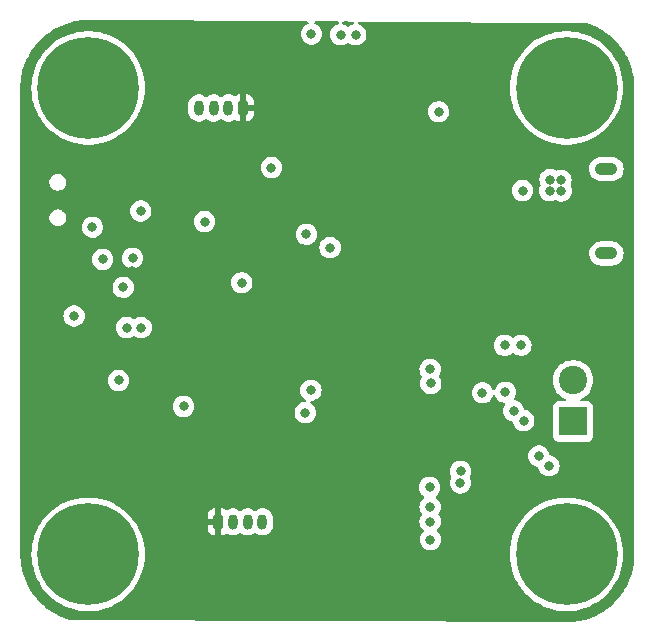
<source format=gbr>
%TF.GenerationSoftware,KiCad,Pcbnew,7.0.2*%
%TF.CreationDate,2023-05-29T20:24:48+05:30*%
%TF.ProjectId,STM_32_Board,53544d5f-3332-45f4-926f-6172642e6b69,rev?*%
%TF.SameCoordinates,Original*%
%TF.FileFunction,Copper,L3,Inr*%
%TF.FilePolarity,Positive*%
%FSLAX46Y46*%
G04 Gerber Fmt 4.6, Leading zero omitted, Abs format (unit mm)*
G04 Created by KiCad (PCBNEW 7.0.2) date 2023-05-29 20:24:48*
%MOMM*%
%LPD*%
G01*
G04 APERTURE LIST*
G04 Aperture macros list*
%AMRoundRect*
0 Rectangle with rounded corners*
0 $1 Rounding radius*
0 $2 $3 $4 $5 $6 $7 $8 $9 X,Y pos of 4 corners*
0 Add a 4 corners polygon primitive as box body*
4,1,4,$2,$3,$4,$5,$6,$7,$8,$9,$2,$3,0*
0 Add four circle primitives for the rounded corners*
1,1,$1+$1,$2,$3*
1,1,$1+$1,$4,$5*
1,1,$1+$1,$6,$7*
1,1,$1+$1,$8,$9*
0 Add four rect primitives between the rounded corners*
20,1,$1+$1,$2,$3,$4,$5,0*
20,1,$1+$1,$4,$5,$6,$7,0*
20,1,$1+$1,$6,$7,$8,$9,0*
20,1,$1+$1,$8,$9,$2,$3,0*%
G04 Aperture macros list end*
%TA.AperFunction,ComponentPad*%
%ADD10RoundRect,0.200000X0.200000X0.450000X-0.200000X0.450000X-0.200000X-0.450000X0.200000X-0.450000X0*%
%TD*%
%TA.AperFunction,ComponentPad*%
%ADD11O,0.800000X1.300000*%
%TD*%
%TA.AperFunction,ComponentPad*%
%ADD12C,0.900000*%
%TD*%
%TA.AperFunction,ComponentPad*%
%ADD13C,8.600000*%
%TD*%
%TA.AperFunction,ComponentPad*%
%ADD14RoundRect,0.200000X-0.200000X-0.450000X0.200000X-0.450000X0.200000X0.450000X-0.200000X0.450000X0*%
%TD*%
%TA.AperFunction,ComponentPad*%
%ADD15R,2.400000X2.400000*%
%TD*%
%TA.AperFunction,ComponentPad*%
%ADD16C,2.400000*%
%TD*%
%TA.AperFunction,ComponentPad*%
%ADD17O,1.900000X1.050000*%
%TD*%
%TA.AperFunction,ViaPad*%
%ADD18C,0.800000*%
%TD*%
G04 APERTURE END LIST*
D10*
%TO.N,+3.3V*%
%TO.C,J3*%
X202611800Y-61745000D03*
D11*
%TO.N,I2C1_SCL*%
X201361800Y-61745000D03*
%TO.N,I2C1_SDA*%
X200111800Y-61745000D03*
%TO.N,GND*%
X198861800Y-61745000D03*
%TD*%
D12*
%TO.N,GND*%
%TO.C,H3*%
X226761800Y-99545000D03*
X227706381Y-97264581D03*
X227706381Y-101825419D03*
X229986800Y-96320000D03*
D13*
X229986800Y-99545000D03*
D12*
X229986800Y-102770000D03*
X232267219Y-97264581D03*
X232267219Y-101825419D03*
X233211800Y-99545000D03*
%TD*%
%TO.N,GND*%
%TO.C,H4*%
X186261800Y-99545000D03*
X187206381Y-97264581D03*
X187206381Y-101825419D03*
X189486800Y-96320000D03*
D13*
X189486800Y-99545000D03*
D12*
X189486800Y-102770000D03*
X191767219Y-97264581D03*
X191767219Y-101825419D03*
X192711800Y-99545000D03*
%TD*%
%TO.N,GND*%
%TO.C,H2*%
X226761800Y-60045000D03*
X227706381Y-57764581D03*
X227706381Y-62325419D03*
X229986800Y-56820000D03*
D13*
X229986800Y-60045000D03*
D12*
X229986800Y-63270000D03*
X232267219Y-57764581D03*
X232267219Y-62325419D03*
X233211800Y-60045000D03*
%TD*%
D14*
%TO.N,+3.3V*%
%TO.C,J4*%
X200486800Y-96795000D03*
D11*
%TO.N,USART3_Tx*%
X201736800Y-96795000D03*
%TO.N,USART3_Rx*%
X202986800Y-96795000D03*
%TO.N,GND*%
X204236800Y-96795000D03*
%TD*%
D15*
%TO.N,+12V*%
%TO.C,J1*%
X230536800Y-88295000D03*
D16*
%TO.N,GND*%
X230536800Y-84795000D03*
%TD*%
D12*
%TO.N,GND*%
%TO.C,H1*%
X186261800Y-60045000D03*
X187206381Y-57764581D03*
X187206381Y-62325419D03*
X189486800Y-56820000D03*
D13*
X189486800Y-60045000D03*
D12*
X189486800Y-63270000D03*
X191767219Y-57764581D03*
X191767219Y-62325419D03*
X192711800Y-60045000D03*
%TD*%
D17*
%TO.N,unconnected-(J5-Shield-Pad6)*%
%TO.C,J5*%
X233361800Y-74070000D03*
X233361800Y-66920000D03*
%TD*%
D18*
%TO.N,GND*%
X192061800Y-84820000D03*
X192451161Y-76935106D03*
X188286800Y-79370000D03*
X229536800Y-68770000D03*
X222861800Y-85870000D03*
X228486800Y-92045000D03*
X218436800Y-95520000D03*
X221011800Y-92520000D03*
X224736800Y-81845000D03*
X193961800Y-80345000D03*
X189836800Y-71845000D03*
X219161800Y-62070000D03*
X218486800Y-85070000D03*
X228586800Y-67820000D03*
X226361800Y-88220000D03*
X227636800Y-91220000D03*
X209961800Y-73570000D03*
X218436800Y-96770000D03*
X226261800Y-68745000D03*
X218436800Y-83870000D03*
X207861800Y-87545000D03*
X199336800Y-71370000D03*
X218461800Y-98295000D03*
X228561800Y-68745000D03*
X207961800Y-72445000D03*
X220986800Y-93495000D03*
X224811800Y-85820000D03*
X193936800Y-70470000D03*
X225511800Y-87395000D03*
X208336800Y-85645000D03*
X190711800Y-74570000D03*
X192736800Y-80345000D03*
X208386800Y-55495000D03*
X210861800Y-55545000D03*
X212136800Y-55545000D03*
X193236800Y-74470000D03*
X218386800Y-93870000D03*
X229511800Y-67870000D03*
X197561800Y-87020000D03*
X226111800Y-81845000D03*
%TO.N,+3.3V*%
X208656800Y-74045000D03*
X199236800Y-68555000D03*
X193216800Y-75545000D03*
X213536800Y-94670000D03*
X213486800Y-55545000D03*
X219124300Y-60045000D03*
X206736800Y-86325000D03*
X189816800Y-67295000D03*
X212586800Y-90545000D03*
X215866800Y-90545000D03*
X197736800Y-70645000D03*
X189986800Y-82045000D03*
X203215060Y-69273260D03*
X199236800Y-87745000D03*
X213536800Y-97420000D03*
X189986800Y-83515000D03*
X223986800Y-94545000D03*
X215486800Y-97420000D03*
X195486800Y-70475000D03*
X215866800Y-91795000D03*
X215486800Y-94670000D03*
X212586800Y-91795000D03*
%TO.N,NRST*%
X202486800Y-76545000D03*
X204986800Y-66795000D03*
%TD*%
%TA.AperFunction,Conductor*%
%TO.N,+3.3V*%
G36*
X208023056Y-54411760D02*
G01*
X208089999Y-54431767D01*
X208135500Y-54484790D01*
X208145111Y-54553996D01*
X208115780Y-54617411D01*
X208072895Y-54649038D01*
X207934069Y-54710848D01*
X207780929Y-54822110D01*
X207654266Y-54962783D01*
X207559620Y-55126715D01*
X207501126Y-55306742D01*
X207481340Y-55494999D01*
X207501126Y-55683257D01*
X207559620Y-55863284D01*
X207654266Y-56027216D01*
X207780929Y-56167889D01*
X207934069Y-56279151D01*
X208106997Y-56356144D01*
X208292152Y-56395500D01*
X208292154Y-56395500D01*
X208481448Y-56395500D01*
X208624049Y-56365189D01*
X208666603Y-56356144D01*
X208839530Y-56279151D01*
X208854306Y-56268416D01*
X208992670Y-56167889D01*
X209005703Y-56153415D01*
X209119333Y-56027216D01*
X209213979Y-55863284D01*
X209272474Y-55683256D01*
X209292260Y-55495000D01*
X209272474Y-55306744D01*
X209213979Y-55126716D01*
X209213979Y-55126715D01*
X209119333Y-54962783D01*
X208992670Y-54822110D01*
X208839532Y-54710849D01*
X208734949Y-54664286D01*
X208708658Y-54652580D01*
X208655421Y-54607330D01*
X208635100Y-54540481D01*
X208654145Y-54473258D01*
X208706511Y-54427002D01*
X208759689Y-54415302D01*
X210624094Y-54424265D01*
X210691037Y-54444272D01*
X210736538Y-54497295D01*
X210746149Y-54566501D01*
X210716818Y-54629916D01*
X210657859Y-54667408D01*
X210649279Y-54669554D01*
X210581996Y-54683855D01*
X210409069Y-54760848D01*
X210255929Y-54872110D01*
X210129266Y-55012783D01*
X210034620Y-55176715D01*
X209976126Y-55356742D01*
X209956340Y-55545000D01*
X209976126Y-55733257D01*
X210034620Y-55913284D01*
X210129266Y-56077216D01*
X210255929Y-56217889D01*
X210409069Y-56329151D01*
X210581997Y-56406144D01*
X210767152Y-56445500D01*
X210767154Y-56445500D01*
X210956448Y-56445500D01*
X211079883Y-56419262D01*
X211141603Y-56406144D01*
X211314530Y-56329151D01*
X211426414Y-56247862D01*
X211492219Y-56224382D01*
X211560273Y-56240207D01*
X211572184Y-56247862D01*
X211684069Y-56329151D01*
X211856997Y-56406144D01*
X212042152Y-56445500D01*
X212042154Y-56445500D01*
X212231448Y-56445500D01*
X212354884Y-56419262D01*
X212416603Y-56406144D01*
X212589530Y-56329151D01*
X212648372Y-56286400D01*
X212742670Y-56217889D01*
X212869333Y-56077216D01*
X212963979Y-55913284D01*
X212963978Y-55913284D01*
X213022474Y-55733256D01*
X213042260Y-55545000D01*
X213022474Y-55356744D01*
X212986084Y-55244748D01*
X212963979Y-55176715D01*
X212869333Y-55012783D01*
X212742670Y-54872110D01*
X212589530Y-54760848D01*
X212416603Y-54683855D01*
X212389856Y-54678170D01*
X212328374Y-54644977D01*
X212294598Y-54583814D01*
X212299252Y-54514099D01*
X212340857Y-54457967D01*
X212406204Y-54433239D01*
X212416221Y-54432881D01*
X231562981Y-54524933D01*
X231595642Y-54529476D01*
X231704009Y-54559658D01*
X231711646Y-54562055D01*
X231935648Y-54640432D01*
X232146183Y-54718585D01*
X232153054Y-54721376D01*
X232369072Y-54816863D01*
X232371582Y-54818008D01*
X232573794Y-54913023D01*
X232580014Y-54916162D01*
X232758641Y-55012784D01*
X232787683Y-55028493D01*
X232790576Y-55030109D01*
X232984179Y-55141752D01*
X232989622Y-55145084D01*
X233187753Y-55273612D01*
X233190822Y-55275673D01*
X233374454Y-55403170D01*
X233379191Y-55406630D01*
X233566395Y-55550453D01*
X233569799Y-55553166D01*
X233742048Y-55695535D01*
X233746160Y-55699090D01*
X233921264Y-55857288D01*
X233924860Y-55860669D01*
X233960309Y-55895355D01*
X234084590Y-56016965D01*
X234087998Y-56020435D01*
X234168403Y-56105634D01*
X234249969Y-56192066D01*
X234253624Y-56196114D01*
X234399672Y-56365189D01*
X234402498Y-56368581D01*
X234460269Y-56440486D01*
X234550309Y-56552556D01*
X234553938Y-56557303D01*
X234685312Y-56738005D01*
X234687546Y-56741182D01*
X234716313Y-56783483D01*
X234820264Y-56936347D01*
X234823774Y-56941810D01*
X234939570Y-57132895D01*
X234941262Y-57135775D01*
X235058044Y-57340893D01*
X235061341Y-57347085D01*
X235160722Y-57547172D01*
X235161963Y-57549746D01*
X235262058Y-57763497D01*
X235265045Y-57770414D01*
X235347728Y-57979134D01*
X235430958Y-58201386D01*
X235433532Y-58209005D01*
X235498348Y-58423572D01*
X235509284Y-58461789D01*
X235560610Y-58641164D01*
X235563591Y-58651580D01*
X235565662Y-58659892D01*
X235612204Y-58878744D01*
X235659089Y-59111149D01*
X235660558Y-59120118D01*
X235688529Y-59341415D01*
X235716802Y-59577009D01*
X235717576Y-59586586D01*
X235726814Y-59806860D01*
X235736202Y-60042539D01*
X235736300Y-60047474D01*
X235736300Y-99542574D01*
X235736204Y-99547443D01*
X235726806Y-99786610D01*
X235718105Y-99996985D01*
X235717352Y-100006434D01*
X235689558Y-100241270D01*
X235662643Y-100457192D01*
X235661212Y-100466044D01*
X235615294Y-100696889D01*
X235570322Y-100911370D01*
X235568307Y-100919577D01*
X235504497Y-101145832D01*
X235484227Y-101213918D01*
X235441743Y-101356617D01*
X235439236Y-101364145D01*
X235357879Y-101584675D01*
X235277751Y-101790027D01*
X235274848Y-101796855D01*
X235176987Y-102009132D01*
X235175777Y-102011678D01*
X235079403Y-102208814D01*
X235076192Y-102214943D01*
X234962066Y-102418729D01*
X234960400Y-102421613D01*
X234847987Y-102610268D01*
X234844566Y-102615686D01*
X234714852Y-102809815D01*
X234712667Y-102812978D01*
X234585046Y-102991722D01*
X234581509Y-102996435D01*
X234436995Y-103179752D01*
X234434237Y-103183127D01*
X234292228Y-103350795D01*
X234288662Y-103354824D01*
X234130240Y-103526204D01*
X234126865Y-103529714D01*
X233971514Y-103685065D01*
X233968004Y-103688440D01*
X233796624Y-103846862D01*
X233792595Y-103850428D01*
X233624927Y-103992437D01*
X233621552Y-103995195D01*
X233438235Y-104139709D01*
X233433522Y-104143246D01*
X233254778Y-104270867D01*
X233251615Y-104273052D01*
X233057486Y-104402766D01*
X233052068Y-104406187D01*
X232863413Y-104518600D01*
X232860529Y-104520266D01*
X232656743Y-104634392D01*
X232650614Y-104637603D01*
X232453478Y-104733977D01*
X232450932Y-104735187D01*
X232238661Y-104833045D01*
X232231822Y-104835952D01*
X232026475Y-104916079D01*
X231805943Y-104997437D01*
X231798419Y-104999942D01*
X231587661Y-105062689D01*
X231361376Y-105126507D01*
X231353171Y-105128522D01*
X231138690Y-105173494D01*
X230907844Y-105219412D01*
X230898994Y-105220842D01*
X230683061Y-105247759D01*
X230503361Y-105269028D01*
X230488195Y-105269886D01*
X187915122Y-105066187D01*
X187880414Y-105061044D01*
X187685887Y-105003130D01*
X187675186Y-104999944D01*
X187667657Y-104997437D01*
X187447125Y-104916079D01*
X187241774Y-104835952D01*
X187241763Y-104835947D01*
X187234942Y-104833048D01*
X187234935Y-104833045D01*
X187200566Y-104817200D01*
X187022666Y-104735187D01*
X187020120Y-104733977D01*
X186822984Y-104637603D01*
X186816855Y-104634392D01*
X186613069Y-104520266D01*
X186610185Y-104518600D01*
X186421530Y-104406187D01*
X186416123Y-104402773D01*
X186272937Y-104307099D01*
X186221983Y-104273052D01*
X186218820Y-104270867D01*
X186162082Y-104230357D01*
X186040076Y-104143246D01*
X186035363Y-104139709D01*
X185852046Y-103995195D01*
X185848685Y-103992448D01*
X185788840Y-103941763D01*
X185681003Y-103850428D01*
X185676974Y-103846862D01*
X185505594Y-103688440D01*
X185502084Y-103685065D01*
X185346733Y-103529714D01*
X185343358Y-103526204D01*
X185184936Y-103354824D01*
X185181370Y-103350795D01*
X185125836Y-103285227D01*
X185039340Y-103183102D01*
X185036625Y-103179780D01*
X184892089Y-102996435D01*
X184888552Y-102991722D01*
X184760906Y-102812942D01*
X184758746Y-102809815D01*
X184713615Y-102742272D01*
X184629013Y-102615656D01*
X184625620Y-102610283D01*
X184571913Y-102520151D01*
X184513198Y-102421613D01*
X184511532Y-102418729D01*
X184397406Y-102214943D01*
X184394195Y-102208814D01*
X184297821Y-102011678D01*
X184296629Y-102009171D01*
X184198747Y-101796847D01*
X184195848Y-101790027D01*
X184115717Y-101584666D01*
X184098088Y-101536882D01*
X184034351Y-101364116D01*
X184031856Y-101356618D01*
X183994402Y-101230813D01*
X183969111Y-101145861D01*
X183905286Y-100919556D01*
X183903279Y-100911384D01*
X183858316Y-100696945D01*
X183812380Y-100466009D01*
X183810959Y-100457216D01*
X183784042Y-100241270D01*
X183756243Y-100006406D01*
X183755495Y-99997013D01*
X183746793Y-99786610D01*
X183737396Y-99547443D01*
X183737348Y-99545000D01*
X184681461Y-99545000D01*
X184700806Y-99975747D01*
X184701176Y-99978485D01*
X184701178Y-99978497D01*
X184758311Y-100400266D01*
X184758685Y-100403026D01*
X184759304Y-100405740D01*
X184759305Y-100405743D01*
X184771053Y-100457216D01*
X184854632Y-100823397D01*
X184855489Y-100826035D01*
X184855490Y-100826038D01*
X184987009Y-101230813D01*
X184987874Y-101233475D01*
X184988971Y-101236043D01*
X184988975Y-101236052D01*
X185043725Y-101364145D01*
X185157339Y-101629958D01*
X185361663Y-102009655D01*
X185363196Y-102011978D01*
X185363197Y-102011979D01*
X185590932Y-102356984D01*
X185599199Y-102369507D01*
X185868036Y-102706619D01*
X186166010Y-103018274D01*
X186168097Y-103020097D01*
X186168104Y-103020104D01*
X186268534Y-103107847D01*
X186490720Y-103301965D01*
X186839553Y-103555407D01*
X187209700Y-103776560D01*
X187598181Y-103963643D01*
X188001869Y-104115149D01*
X188417511Y-104229859D01*
X188841764Y-104306850D01*
X189271209Y-104345500D01*
X189273986Y-104345500D01*
X189699614Y-104345500D01*
X189702391Y-104345500D01*
X190131836Y-104306850D01*
X190556089Y-104229859D01*
X190971731Y-104115149D01*
X191375419Y-103963643D01*
X191763900Y-103776560D01*
X192134047Y-103555407D01*
X192482880Y-103301965D01*
X192807590Y-103018274D01*
X193105564Y-102706619D01*
X193374401Y-102369507D01*
X193611937Y-102009655D01*
X193816261Y-101629958D01*
X193985726Y-101233475D01*
X194118968Y-100823397D01*
X194214915Y-100403026D01*
X194272794Y-99975747D01*
X194292139Y-99545000D01*
X225181461Y-99545000D01*
X225200806Y-99975747D01*
X225201176Y-99978485D01*
X225201178Y-99978497D01*
X225258311Y-100400266D01*
X225258685Y-100403026D01*
X225259304Y-100405740D01*
X225259305Y-100405743D01*
X225271053Y-100457216D01*
X225354632Y-100823397D01*
X225355489Y-100826035D01*
X225355490Y-100826038D01*
X225487009Y-101230813D01*
X225487874Y-101233475D01*
X225488971Y-101236043D01*
X225488975Y-101236052D01*
X225543725Y-101364145D01*
X225657339Y-101629958D01*
X225861663Y-102009655D01*
X225863196Y-102011978D01*
X225863197Y-102011979D01*
X226090932Y-102356984D01*
X226099199Y-102369507D01*
X226368036Y-102706619D01*
X226666010Y-103018274D01*
X226668097Y-103020097D01*
X226668104Y-103020104D01*
X226768534Y-103107847D01*
X226990720Y-103301965D01*
X227339553Y-103555407D01*
X227709700Y-103776560D01*
X228098181Y-103963643D01*
X228501869Y-104115149D01*
X228917511Y-104229859D01*
X229341764Y-104306850D01*
X229771209Y-104345500D01*
X229773986Y-104345500D01*
X230199614Y-104345500D01*
X230202391Y-104345500D01*
X230631836Y-104306850D01*
X231056089Y-104229859D01*
X231471731Y-104115149D01*
X231875419Y-103963643D01*
X232263900Y-103776560D01*
X232634047Y-103555407D01*
X232982880Y-103301965D01*
X233307590Y-103018274D01*
X233605564Y-102706619D01*
X233874401Y-102369507D01*
X234111937Y-102009655D01*
X234316261Y-101629958D01*
X234485726Y-101233475D01*
X234618968Y-100823397D01*
X234714915Y-100403026D01*
X234772794Y-99975747D01*
X234792139Y-99545000D01*
X234772794Y-99114253D01*
X234714915Y-98686974D01*
X234618968Y-98266603D01*
X234485726Y-97856525D01*
X234316261Y-97460042D01*
X234111937Y-97080345D01*
X233874401Y-96720493D01*
X233605564Y-96383381D01*
X233307590Y-96071726D01*
X233305502Y-96069902D01*
X233305495Y-96069895D01*
X232984972Y-95789863D01*
X232982880Y-95788035D01*
X232945460Y-95760848D01*
X232636300Y-95536230D01*
X232636301Y-95536230D01*
X232634047Y-95534593D01*
X232294536Y-95331744D01*
X232266274Y-95314858D01*
X232266267Y-95314854D01*
X232263900Y-95313440D01*
X232261411Y-95312241D01*
X232261403Y-95312237D01*
X231928075Y-95151715D01*
X231875419Y-95126357D01*
X231872815Y-95125379D01*
X231872804Y-95125375D01*
X231474341Y-94975830D01*
X231474330Y-94975826D01*
X231471731Y-94974851D01*
X231469046Y-94974110D01*
X231469043Y-94974109D01*
X231058778Y-94860883D01*
X231058775Y-94860882D01*
X231056089Y-94860141D01*
X231053357Y-94859645D01*
X231053343Y-94859642D01*
X230634576Y-94783647D01*
X230634570Y-94783646D01*
X230631836Y-94783150D01*
X230629084Y-94782902D01*
X230629067Y-94782900D01*
X230205154Y-94744748D01*
X230205139Y-94744747D01*
X230202391Y-94744500D01*
X229771209Y-94744500D01*
X229768461Y-94744747D01*
X229768445Y-94744748D01*
X229344532Y-94782900D01*
X229344512Y-94782902D01*
X229341764Y-94783150D01*
X229339032Y-94783645D01*
X229339023Y-94783647D01*
X228920256Y-94859642D01*
X228920237Y-94859646D01*
X228917511Y-94860141D01*
X228914829Y-94860881D01*
X228914821Y-94860883D01*
X228504556Y-94974109D01*
X228504547Y-94974111D01*
X228501869Y-94974851D01*
X228499276Y-94975824D01*
X228499258Y-94975830D01*
X228100795Y-95125375D01*
X228100776Y-95125382D01*
X228098181Y-95126357D01*
X228095671Y-95127565D01*
X228095668Y-95127567D01*
X227712196Y-95312237D01*
X227712178Y-95312246D01*
X227709700Y-95313440D01*
X227707341Y-95314848D01*
X227707325Y-95314858D01*
X227341936Y-95533169D01*
X227339553Y-95534593D01*
X227337308Y-95536223D01*
X227337299Y-95536230D01*
X226992969Y-95786400D01*
X226992954Y-95786411D01*
X226990720Y-95788035D01*
X226988634Y-95789856D01*
X226988627Y-95789863D01*
X226668104Y-96069895D01*
X226668085Y-96069912D01*
X226666010Y-96071726D01*
X226664090Y-96073733D01*
X226664087Y-96073737D01*
X226369955Y-96381373D01*
X226369945Y-96381383D01*
X226368036Y-96383381D01*
X226366317Y-96385536D01*
X226366307Y-96385548D01*
X226100936Y-96718314D01*
X226100928Y-96718323D01*
X226099199Y-96720493D01*
X226097672Y-96722805D01*
X226097662Y-96722820D01*
X225863197Y-97078020D01*
X225863190Y-97078031D01*
X225861663Y-97080345D01*
X225860351Y-97082781D01*
X225860345Y-97082793D01*
X225658658Y-97457589D01*
X225658649Y-97457606D01*
X225657339Y-97460042D01*
X225656244Y-97462602D01*
X225656241Y-97462610D01*
X225488975Y-97853947D01*
X225488968Y-97853964D01*
X225487874Y-97856525D01*
X225487011Y-97859178D01*
X225487009Y-97859186D01*
X225406574Y-98106742D01*
X225354632Y-98266603D01*
X225354016Y-98269301D01*
X225354014Y-98269309D01*
X225305182Y-98483256D01*
X225258685Y-98686974D01*
X225258312Y-98689727D01*
X225258311Y-98689733D01*
X225201178Y-99111502D01*
X225201176Y-99111516D01*
X225200806Y-99114253D01*
X225200681Y-99117023D01*
X225200681Y-99117030D01*
X225197157Y-99195500D01*
X225181461Y-99545000D01*
X194292139Y-99545000D01*
X194272794Y-99114253D01*
X194214915Y-98686974D01*
X194118968Y-98266603D01*
X193985726Y-97856525D01*
X193816261Y-97460042D01*
X193611937Y-97080345D01*
X193588606Y-97045000D01*
X199586801Y-97045000D01*
X199586801Y-97298753D01*
X199587056Y-97304389D01*
X199593208Y-97372104D01*
X199643781Y-97534397D01*
X199731725Y-97679875D01*
X199851924Y-97800074D01*
X199997403Y-97888019D01*
X200159693Y-97938590D01*
X200227420Y-97944745D01*
X200233038Y-97944999D01*
X200236799Y-97944998D01*
X200236800Y-97944998D01*
X200236800Y-97045000D01*
X199586801Y-97045000D01*
X193588606Y-97045000D01*
X193423583Y-96795000D01*
X200231902Y-96795000D01*
X200251305Y-96892545D01*
X200306560Y-96975240D01*
X200389255Y-97030495D01*
X200462176Y-97045000D01*
X200511424Y-97045000D01*
X200584345Y-97030495D01*
X200667040Y-96975240D01*
X200722295Y-96892545D01*
X200736800Y-96819623D01*
X200736800Y-97944999D01*
X200740553Y-97944999D01*
X200746189Y-97944743D01*
X200813904Y-97938591D01*
X200976197Y-97888018D01*
X201118028Y-97802278D01*
X201185582Y-97784442D01*
X201252056Y-97805959D01*
X201255064Y-97808077D01*
X201284070Y-97829151D01*
X201284071Y-97829151D01*
X201284072Y-97829152D01*
X201456997Y-97906144D01*
X201642152Y-97945500D01*
X201642154Y-97945500D01*
X201831448Y-97945500D01*
X201954883Y-97919262D01*
X202016603Y-97906144D01*
X202189530Y-97829151D01*
X202288915Y-97756943D01*
X202354721Y-97733464D01*
X202422774Y-97749289D01*
X202434678Y-97756939D01*
X202534070Y-97829151D01*
X202534071Y-97829151D01*
X202534072Y-97829152D01*
X202706997Y-97906144D01*
X202892152Y-97945500D01*
X202892154Y-97945500D01*
X203081448Y-97945500D01*
X203204883Y-97919262D01*
X203266603Y-97906144D01*
X203439530Y-97829151D01*
X203538915Y-97756943D01*
X203604721Y-97733464D01*
X203672774Y-97749289D01*
X203684678Y-97756939D01*
X203784070Y-97829151D01*
X203784071Y-97829151D01*
X203784072Y-97829152D01*
X203956997Y-97906144D01*
X204142152Y-97945500D01*
X204142154Y-97945500D01*
X204331448Y-97945500D01*
X204454883Y-97919262D01*
X204516603Y-97906144D01*
X204689530Y-97829151D01*
X204799451Y-97749289D01*
X204842670Y-97717889D01*
X204969333Y-97577216D01*
X205063979Y-97413284D01*
X205100067Y-97302216D01*
X205122474Y-97233256D01*
X205137300Y-97092192D01*
X205137300Y-96497808D01*
X205122474Y-96356744D01*
X205077358Y-96217893D01*
X205063979Y-96176715D01*
X204969333Y-96012783D01*
X204842670Y-95872110D01*
X204689530Y-95760848D01*
X204516602Y-95683855D01*
X204331448Y-95644500D01*
X204331446Y-95644500D01*
X204142154Y-95644500D01*
X204142152Y-95644500D01*
X203956997Y-95683855D01*
X203784069Y-95760848D01*
X203684685Y-95833055D01*
X203618879Y-95856535D01*
X203550825Y-95840709D01*
X203538915Y-95833055D01*
X203439530Y-95760848D01*
X203266602Y-95683855D01*
X203081448Y-95644500D01*
X203081446Y-95644500D01*
X202892154Y-95644500D01*
X202892152Y-95644500D01*
X202706997Y-95683855D01*
X202534069Y-95760848D01*
X202434685Y-95833055D01*
X202368879Y-95856535D01*
X202300825Y-95840709D01*
X202288915Y-95833055D01*
X202189530Y-95760848D01*
X202016602Y-95683855D01*
X201831448Y-95644500D01*
X201831446Y-95644500D01*
X201642154Y-95644500D01*
X201642152Y-95644500D01*
X201456997Y-95683855D01*
X201284071Y-95760847D01*
X201255061Y-95781924D01*
X201189254Y-95805402D01*
X201121200Y-95789575D01*
X201118028Y-95787721D01*
X200976196Y-95701980D01*
X200813906Y-95651409D01*
X200746184Y-95645255D01*
X200740556Y-95645000D01*
X200736800Y-95645000D01*
X200736800Y-96770376D01*
X200722295Y-96697455D01*
X200667040Y-96614760D01*
X200584345Y-96559505D01*
X200511424Y-96545000D01*
X200462176Y-96545000D01*
X200389255Y-96559505D01*
X200306560Y-96614760D01*
X200251305Y-96697455D01*
X200231902Y-96795000D01*
X193423583Y-96795000D01*
X193374401Y-96720493D01*
X193234450Y-96545000D01*
X199586800Y-96545000D01*
X200236800Y-96545000D01*
X200236800Y-95645000D01*
X200236799Y-95644999D01*
X200233028Y-95645000D01*
X200227428Y-95645255D01*
X200159695Y-95651408D01*
X199997402Y-95701981D01*
X199851924Y-95789925D01*
X199731725Y-95910124D01*
X199643780Y-96055603D01*
X199593209Y-96217893D01*
X199587055Y-96285615D01*
X199586800Y-96291244D01*
X199586800Y-96545000D01*
X193234450Y-96545000D01*
X193105564Y-96383381D01*
X192807590Y-96071726D01*
X192805502Y-96069902D01*
X192805495Y-96069895D01*
X192484972Y-95789863D01*
X192482880Y-95788035D01*
X192445460Y-95760848D01*
X192136300Y-95536230D01*
X192136301Y-95536230D01*
X192134047Y-95534593D01*
X191794536Y-95331744D01*
X191766274Y-95314858D01*
X191766267Y-95314854D01*
X191763900Y-95313440D01*
X191761411Y-95312241D01*
X191761403Y-95312237D01*
X191428075Y-95151715D01*
X191375419Y-95126357D01*
X191372815Y-95125379D01*
X191372804Y-95125375D01*
X190974341Y-94975830D01*
X190974330Y-94975826D01*
X190971731Y-94974851D01*
X190969046Y-94974110D01*
X190969043Y-94974109D01*
X190558778Y-94860883D01*
X190558775Y-94860882D01*
X190556089Y-94860141D01*
X190553357Y-94859645D01*
X190553343Y-94859642D01*
X190134576Y-94783647D01*
X190134570Y-94783646D01*
X190131836Y-94783150D01*
X190129084Y-94782902D01*
X190129067Y-94782900D01*
X189705154Y-94744748D01*
X189705139Y-94744747D01*
X189702391Y-94744500D01*
X189271209Y-94744500D01*
X189268461Y-94744747D01*
X189268445Y-94744748D01*
X188844532Y-94782900D01*
X188844512Y-94782902D01*
X188841764Y-94783150D01*
X188839032Y-94783645D01*
X188839023Y-94783647D01*
X188420256Y-94859642D01*
X188420237Y-94859646D01*
X188417511Y-94860141D01*
X188414829Y-94860881D01*
X188414821Y-94860883D01*
X188004556Y-94974109D01*
X188004547Y-94974111D01*
X188001869Y-94974851D01*
X187999276Y-94975824D01*
X187999258Y-94975830D01*
X187600795Y-95125375D01*
X187600776Y-95125382D01*
X187598181Y-95126357D01*
X187595671Y-95127565D01*
X187595668Y-95127567D01*
X187212196Y-95312237D01*
X187212178Y-95312246D01*
X187209700Y-95313440D01*
X187207341Y-95314848D01*
X187207325Y-95314858D01*
X186841936Y-95533169D01*
X186839553Y-95534593D01*
X186837308Y-95536223D01*
X186837299Y-95536230D01*
X186492969Y-95786400D01*
X186492954Y-95786411D01*
X186490720Y-95788035D01*
X186488634Y-95789856D01*
X186488627Y-95789863D01*
X186168104Y-96069895D01*
X186168085Y-96069912D01*
X186166010Y-96071726D01*
X186164090Y-96073733D01*
X186164087Y-96073737D01*
X185869955Y-96381373D01*
X185869945Y-96381383D01*
X185868036Y-96383381D01*
X185866317Y-96385536D01*
X185866307Y-96385548D01*
X185600936Y-96718314D01*
X185600928Y-96718323D01*
X185599199Y-96720493D01*
X185597672Y-96722805D01*
X185597662Y-96722820D01*
X185363197Y-97078020D01*
X185363190Y-97078031D01*
X185361663Y-97080345D01*
X185360351Y-97082781D01*
X185360345Y-97082793D01*
X185158658Y-97457589D01*
X185158649Y-97457606D01*
X185157339Y-97460042D01*
X185156244Y-97462602D01*
X185156241Y-97462610D01*
X184988975Y-97853947D01*
X184988968Y-97853964D01*
X184987874Y-97856525D01*
X184987011Y-97859178D01*
X184987009Y-97859186D01*
X184906574Y-98106742D01*
X184854632Y-98266603D01*
X184854016Y-98269301D01*
X184854014Y-98269309D01*
X184805182Y-98483256D01*
X184758685Y-98686974D01*
X184758312Y-98689727D01*
X184758311Y-98689733D01*
X184701178Y-99111502D01*
X184701176Y-99111516D01*
X184700806Y-99114253D01*
X184700681Y-99117023D01*
X184700681Y-99117030D01*
X184697157Y-99195500D01*
X184681461Y-99545000D01*
X183737348Y-99545000D01*
X183737300Y-99542575D01*
X183737300Y-93869999D01*
X217481340Y-93869999D01*
X217501126Y-94058257D01*
X217559620Y-94238284D01*
X217654266Y-94402216D01*
X217780929Y-94542889D01*
X217877216Y-94612845D01*
X217919882Y-94668175D01*
X217925861Y-94737788D01*
X217893255Y-94799583D01*
X217877217Y-94813480D01*
X217830930Y-94847109D01*
X217704266Y-94987783D01*
X217609620Y-95151715D01*
X217551126Y-95331742D01*
X217531340Y-95520000D01*
X217551126Y-95708257D01*
X217609620Y-95888284D01*
X217704266Y-96052216D01*
X217713101Y-96062028D01*
X217743331Y-96125020D01*
X217734705Y-96194355D01*
X217713101Y-96227972D01*
X217704266Y-96237783D01*
X217609620Y-96401715D01*
X217551126Y-96581742D01*
X217531340Y-96770000D01*
X217551126Y-96958257D01*
X217609620Y-97138284D01*
X217704266Y-97302216D01*
X217830929Y-97442889D01*
X217832182Y-97443799D01*
X217834765Y-97447148D01*
X217839650Y-97452574D01*
X217839236Y-97452946D01*
X217874848Y-97499129D01*
X217880827Y-97568742D01*
X217851447Y-97627089D01*
X217729266Y-97762783D01*
X217634620Y-97926715D01*
X217576126Y-98106742D01*
X217556340Y-98294999D01*
X217576126Y-98483257D01*
X217634620Y-98663284D01*
X217729266Y-98827216D01*
X217855929Y-98967889D01*
X218009069Y-99079151D01*
X218181997Y-99156144D01*
X218367152Y-99195500D01*
X218367154Y-99195500D01*
X218556448Y-99195500D01*
X218679884Y-99169262D01*
X218741603Y-99156144D01*
X218914530Y-99079151D01*
X219067671Y-98967888D01*
X219194333Y-98827216D01*
X219288979Y-98663284D01*
X219347474Y-98483256D01*
X219367260Y-98295000D01*
X219347474Y-98106744D01*
X219317132Y-98013363D01*
X219288979Y-97926715D01*
X219194333Y-97762783D01*
X219067670Y-97622111D01*
X219066415Y-97621199D01*
X219063825Y-97617840D01*
X219058950Y-97612426D01*
X219059363Y-97612053D01*
X219023750Y-97565869D01*
X219017772Y-97496255D01*
X219047151Y-97437911D01*
X219169333Y-97302216D01*
X219263979Y-97138284D01*
X219322474Y-96958256D01*
X219342260Y-96770000D01*
X219322474Y-96581744D01*
X219263979Y-96401716D01*
X219263979Y-96401715D01*
X219169333Y-96237784D01*
X219160500Y-96227974D01*
X219130269Y-96164983D01*
X219138892Y-96095648D01*
X219160500Y-96062026D01*
X219166283Y-96055603D01*
X219169333Y-96052216D01*
X219263979Y-95888284D01*
X219322474Y-95708256D01*
X219342260Y-95520000D01*
X219322474Y-95331744D01*
X219263979Y-95151716D01*
X219263979Y-95151715D01*
X219169333Y-94987783D01*
X219042670Y-94847110D01*
X218946383Y-94777154D01*
X218903717Y-94721824D01*
X218897738Y-94652211D01*
X218930344Y-94590416D01*
X218946384Y-94576517D01*
X218992671Y-94542888D01*
X219119333Y-94402216D01*
X219213979Y-94238284D01*
X219272474Y-94058256D01*
X219292260Y-93870000D01*
X219272474Y-93681744D01*
X219213979Y-93501716D01*
X219213979Y-93501715D01*
X219210102Y-93495000D01*
X220081340Y-93495000D01*
X220101126Y-93683257D01*
X220159620Y-93863284D01*
X220254266Y-94027216D01*
X220380929Y-94167889D01*
X220534069Y-94279151D01*
X220706997Y-94356144D01*
X220892152Y-94395500D01*
X220892154Y-94395500D01*
X221081448Y-94395500D01*
X221204884Y-94369262D01*
X221266603Y-94356144D01*
X221439530Y-94279151D01*
X221592671Y-94167888D01*
X221719333Y-94027216D01*
X221813979Y-93863284D01*
X221872474Y-93683256D01*
X221892260Y-93495000D01*
X221872474Y-93306744D01*
X221813979Y-93126716D01*
X221793444Y-93091149D01*
X221776972Y-93023251D01*
X221793444Y-92967151D01*
X221838979Y-92888284D01*
X221897474Y-92708256D01*
X221917260Y-92520000D01*
X221897474Y-92331744D01*
X221838979Y-92151716D01*
X221838979Y-92151715D01*
X221744333Y-91987783D01*
X221617670Y-91847110D01*
X221464530Y-91735848D01*
X221291602Y-91658855D01*
X221106448Y-91619500D01*
X221106446Y-91619500D01*
X220917154Y-91619500D01*
X220917152Y-91619500D01*
X220731997Y-91658855D01*
X220559069Y-91735848D01*
X220405929Y-91847110D01*
X220279266Y-91987783D01*
X220184620Y-92151715D01*
X220126126Y-92331742D01*
X220106340Y-92520000D01*
X220126126Y-92708257D01*
X220184620Y-92888284D01*
X220205154Y-92923849D01*
X220221627Y-92991749D01*
X220205154Y-93047849D01*
X220159620Y-93126715D01*
X220101126Y-93306742D01*
X220081340Y-93495000D01*
X219210102Y-93495000D01*
X219119333Y-93337783D01*
X218992670Y-93197110D01*
X218839530Y-93085848D01*
X218666602Y-93008855D01*
X218481448Y-92969500D01*
X218481446Y-92969500D01*
X218292154Y-92969500D01*
X218292152Y-92969500D01*
X218106997Y-93008855D01*
X217934069Y-93085848D01*
X217780929Y-93197110D01*
X217654266Y-93337783D01*
X217559620Y-93501715D01*
X217501126Y-93681742D01*
X217481340Y-93869999D01*
X183737300Y-93869999D01*
X183737300Y-91220000D01*
X226731340Y-91220000D01*
X226751126Y-91408257D01*
X226809620Y-91588284D01*
X226904266Y-91752216D01*
X227030929Y-91892889D01*
X227184069Y-92004151D01*
X227356996Y-92081144D01*
X227502229Y-92112014D01*
X227563711Y-92145206D01*
X227597487Y-92206369D01*
X227599767Y-92220331D01*
X227600894Y-92231053D01*
X227601126Y-92233257D01*
X227659620Y-92413284D01*
X227754266Y-92577216D01*
X227880929Y-92717889D01*
X228034069Y-92829151D01*
X228206997Y-92906144D01*
X228392152Y-92945500D01*
X228392154Y-92945500D01*
X228581448Y-92945500D01*
X228704884Y-92919262D01*
X228766603Y-92906144D01*
X228939530Y-92829151D01*
X229092671Y-92717888D01*
X229219333Y-92577216D01*
X229313979Y-92413284D01*
X229372474Y-92233256D01*
X229392260Y-92045000D01*
X229372474Y-91856744D01*
X229313979Y-91676716D01*
X229313979Y-91676715D01*
X229219333Y-91512783D01*
X229092670Y-91372110D01*
X228939530Y-91260848D01*
X228766602Y-91183855D01*
X228621370Y-91152985D01*
X228559888Y-91119793D01*
X228526112Y-91058629D01*
X228523832Y-91044669D01*
X228522474Y-91031744D01*
X228463979Y-90851716D01*
X228463979Y-90851715D01*
X228369333Y-90687783D01*
X228242670Y-90547110D01*
X228089530Y-90435848D01*
X227916602Y-90358855D01*
X227731448Y-90319500D01*
X227731446Y-90319500D01*
X227542154Y-90319500D01*
X227542152Y-90319500D01*
X227356997Y-90358855D01*
X227184069Y-90435848D01*
X227030929Y-90547110D01*
X226904266Y-90687783D01*
X226809620Y-90851715D01*
X226751126Y-91031742D01*
X226731340Y-91220000D01*
X183737300Y-91220000D01*
X183737300Y-87020000D01*
X196656340Y-87020000D01*
X196676126Y-87208257D01*
X196734620Y-87388284D01*
X196829266Y-87552216D01*
X196955929Y-87692889D01*
X197109069Y-87804151D01*
X197281997Y-87881144D01*
X197467152Y-87920500D01*
X197467154Y-87920500D01*
X197656448Y-87920500D01*
X197779884Y-87894262D01*
X197841603Y-87881144D01*
X198014530Y-87804151D01*
X198167671Y-87692888D01*
X198294333Y-87552216D01*
X198298499Y-87545000D01*
X206956340Y-87545000D01*
X206960361Y-87583256D01*
X206976126Y-87733257D01*
X207034620Y-87913284D01*
X207129266Y-88077216D01*
X207255929Y-88217889D01*
X207409069Y-88329151D01*
X207581997Y-88406144D01*
X207767152Y-88445500D01*
X207767154Y-88445500D01*
X207956448Y-88445500D01*
X208079883Y-88419262D01*
X208141603Y-88406144D01*
X208314530Y-88329151D01*
X208464764Y-88220000D01*
X208467670Y-88217889D01*
X208594333Y-88077216D01*
X208688979Y-87913284D01*
X208708984Y-87851715D01*
X208747474Y-87733256D01*
X208767260Y-87545000D01*
X208747474Y-87356744D01*
X208707471Y-87233629D01*
X208688979Y-87176715D01*
X208594333Y-87012783D01*
X208467670Y-86872110D01*
X208326876Y-86769818D01*
X208284210Y-86714488D01*
X208278231Y-86644875D01*
X208310837Y-86583080D01*
X208371675Y-86548723D01*
X208399761Y-86545500D01*
X208431448Y-86545500D01*
X208554884Y-86519262D01*
X208616603Y-86506144D01*
X208789530Y-86429151D01*
X208886388Y-86358780D01*
X208942670Y-86317889D01*
X209069333Y-86177216D01*
X209163979Y-86013284D01*
X209177880Y-85970500D01*
X209222474Y-85833256D01*
X209242260Y-85645000D01*
X209222474Y-85456744D01*
X209170777Y-85297637D01*
X209163979Y-85276715D01*
X209069333Y-85112783D01*
X208942670Y-84972110D01*
X208789530Y-84860848D01*
X208616602Y-84783855D01*
X208431448Y-84744500D01*
X208431446Y-84744500D01*
X208242154Y-84744500D01*
X208242152Y-84744500D01*
X208056997Y-84783855D01*
X207884069Y-84860848D01*
X207730929Y-84972110D01*
X207604266Y-85112783D01*
X207509620Y-85276715D01*
X207451126Y-85456742D01*
X207431340Y-85645000D01*
X207451126Y-85833257D01*
X207509620Y-86013284D01*
X207604266Y-86177216D01*
X207730929Y-86317889D01*
X207871724Y-86420182D01*
X207914390Y-86475512D01*
X207920369Y-86545125D01*
X207887763Y-86606920D01*
X207826925Y-86641277D01*
X207798839Y-86644500D01*
X207767152Y-86644500D01*
X207581997Y-86683855D01*
X207409069Y-86760848D01*
X207255929Y-86872110D01*
X207129266Y-87012783D01*
X207034620Y-87176715D01*
X206976126Y-87356742D01*
X206976125Y-87356744D01*
X206976126Y-87356744D01*
X206956340Y-87545000D01*
X198298499Y-87545000D01*
X198388979Y-87388284D01*
X198447474Y-87208256D01*
X198467260Y-87020000D01*
X198447474Y-86831744D01*
X198398541Y-86681144D01*
X198388979Y-86651715D01*
X198294333Y-86487783D01*
X198167670Y-86347110D01*
X198014530Y-86235848D01*
X197841602Y-86158855D01*
X197656448Y-86119500D01*
X197656446Y-86119500D01*
X197467154Y-86119500D01*
X197467152Y-86119500D01*
X197281997Y-86158855D01*
X197109069Y-86235848D01*
X196955929Y-86347110D01*
X196829266Y-86487783D01*
X196734620Y-86651715D01*
X196676126Y-86831742D01*
X196656340Y-87020000D01*
X183737300Y-87020000D01*
X183737300Y-84820000D01*
X191156340Y-84820000D01*
X191176126Y-85008257D01*
X191234620Y-85188284D01*
X191329266Y-85352216D01*
X191455929Y-85492889D01*
X191609069Y-85604151D01*
X191781997Y-85681144D01*
X191967152Y-85720500D01*
X191967154Y-85720500D01*
X192156448Y-85720500D01*
X192279884Y-85694262D01*
X192341603Y-85681144D01*
X192514530Y-85604151D01*
X192609863Y-85534888D01*
X192667670Y-85492889D01*
X192704743Y-85451716D01*
X192794333Y-85352216D01*
X192888979Y-85188284D01*
X192947474Y-85008256D01*
X192967260Y-84820000D01*
X192947474Y-84631744D01*
X192888979Y-84451716D01*
X192888979Y-84451715D01*
X192794333Y-84287783D01*
X192667670Y-84147110D01*
X192514530Y-84035848D01*
X192341602Y-83958855D01*
X192156448Y-83919500D01*
X192156446Y-83919500D01*
X191967154Y-83919500D01*
X191967152Y-83919500D01*
X191781997Y-83958855D01*
X191609069Y-84035848D01*
X191455929Y-84147110D01*
X191329266Y-84287783D01*
X191234620Y-84451715D01*
X191176126Y-84631742D01*
X191156340Y-84820000D01*
X183737300Y-84820000D01*
X183737300Y-83869999D01*
X217531340Y-83869999D01*
X217551126Y-84058257D01*
X217609620Y-84238284D01*
X217704266Y-84402216D01*
X217722140Y-84422067D01*
X217752369Y-84485058D01*
X217743743Y-84554394D01*
X217737376Y-84567037D01*
X217659621Y-84701713D01*
X217601126Y-84881742D01*
X217581340Y-85069999D01*
X217601126Y-85258257D01*
X217659620Y-85438284D01*
X217754266Y-85602216D01*
X217880929Y-85742889D01*
X218034069Y-85854151D01*
X218206997Y-85931144D01*
X218392152Y-85970500D01*
X218392154Y-85970500D01*
X218581448Y-85970500D01*
X218704884Y-85944262D01*
X218766603Y-85931144D01*
X218903933Y-85870000D01*
X221956340Y-85870000D01*
X221976126Y-86058257D01*
X222034620Y-86238284D01*
X222129266Y-86402216D01*
X222255929Y-86542889D01*
X222409069Y-86654151D01*
X222581997Y-86731144D01*
X222767152Y-86770500D01*
X222767154Y-86770500D01*
X222956448Y-86770500D01*
X223079884Y-86744262D01*
X223141603Y-86731144D01*
X223314530Y-86654151D01*
X223379538Y-86606920D01*
X223467670Y-86542889D01*
X223500756Y-86506144D01*
X223594333Y-86402216D01*
X223688979Y-86238284D01*
X223726992Y-86121290D01*
X223766428Y-86063617D01*
X223830786Y-86036418D01*
X223899632Y-86048332D01*
X223951109Y-86095576D01*
X223962853Y-86121291D01*
X223984621Y-86188285D01*
X224079266Y-86352216D01*
X224205929Y-86492889D01*
X224359069Y-86604151D01*
X224531997Y-86681144D01*
X224678702Y-86712327D01*
X224740184Y-86745519D01*
X224773961Y-86806682D01*
X224769309Y-86876396D01*
X224760310Y-86895616D01*
X224684620Y-87026716D01*
X224626126Y-87206742D01*
X224606340Y-87394999D01*
X224626126Y-87583257D01*
X224684620Y-87763284D01*
X224779266Y-87927216D01*
X224905929Y-88067889D01*
X225059069Y-88179151D01*
X225231996Y-88256144D01*
X225377229Y-88287014D01*
X225438711Y-88320206D01*
X225472487Y-88381369D01*
X225474767Y-88395331D01*
X225475894Y-88406053D01*
X225476126Y-88408257D01*
X225534620Y-88588284D01*
X225629266Y-88752216D01*
X225755929Y-88892889D01*
X225909069Y-89004151D01*
X226081997Y-89081144D01*
X226267152Y-89120500D01*
X226267154Y-89120500D01*
X226456448Y-89120500D01*
X226579884Y-89094262D01*
X226641603Y-89081144D01*
X226814530Y-89004151D01*
X226967671Y-88892888D01*
X227094333Y-88752216D01*
X227188979Y-88588284D01*
X227247474Y-88408256D01*
X227267260Y-88220000D01*
X227247474Y-88031744D01*
X227188979Y-87851716D01*
X227188979Y-87851715D01*
X227094333Y-87687783D01*
X226967670Y-87547110D01*
X226814530Y-87435848D01*
X226641602Y-87358855D01*
X226496370Y-87327985D01*
X226434888Y-87294793D01*
X226401112Y-87233629D01*
X226398832Y-87219669D01*
X226397474Y-87206744D01*
X226367132Y-87113363D01*
X226338979Y-87026715D01*
X226244333Y-86862783D01*
X226117670Y-86722110D01*
X225964530Y-86610848D01*
X225791602Y-86533855D01*
X225644896Y-86502672D01*
X225583414Y-86469480D01*
X225549638Y-86408317D01*
X225554290Y-86338602D01*
X225563290Y-86319382D01*
X225638979Y-86188284D01*
X225661328Y-86119500D01*
X225697474Y-86008256D01*
X225717260Y-85820000D01*
X225697474Y-85631744D01*
X225638979Y-85451716D01*
X225638979Y-85451715D01*
X225544333Y-85287783D01*
X225417670Y-85147110D01*
X225264530Y-85035848D01*
X225091602Y-84958855D01*
X224906448Y-84919500D01*
X224906446Y-84919500D01*
X224717154Y-84919500D01*
X224717152Y-84919500D01*
X224531997Y-84958855D01*
X224359069Y-85035848D01*
X224205929Y-85147110D01*
X224079266Y-85287783D01*
X223984620Y-85451715D01*
X223946608Y-85568707D01*
X223907171Y-85626383D01*
X223842812Y-85653581D01*
X223773966Y-85641666D01*
X223722490Y-85594422D01*
X223710746Y-85568707D01*
X223688979Y-85501715D01*
X223594333Y-85337783D01*
X223467670Y-85197110D01*
X223314530Y-85085848D01*
X223141602Y-85008855D01*
X222956448Y-84969500D01*
X222956446Y-84969500D01*
X222767154Y-84969500D01*
X222767152Y-84969500D01*
X222581997Y-85008855D01*
X222409069Y-85085848D01*
X222255929Y-85197110D01*
X222129266Y-85337783D01*
X222034620Y-85501715D01*
X221976126Y-85681742D01*
X221956340Y-85870000D01*
X218903933Y-85870000D01*
X218939530Y-85854151D01*
X219092671Y-85742888D01*
X219219333Y-85602216D01*
X219313979Y-85438284D01*
X219372474Y-85258256D01*
X219392260Y-85070000D01*
X219372474Y-84881744D01*
X219344289Y-84795000D01*
X228831531Y-84795000D01*
X228850577Y-85049154D01*
X228907292Y-85297637D01*
X229000408Y-85534891D01*
X229107569Y-85720500D01*
X229127841Y-85755612D01*
X229286750Y-85954877D01*
X229473583Y-86128232D01*
X229684166Y-86271805D01*
X229864772Y-86358780D01*
X229916632Y-86405602D01*
X229934945Y-86473029D01*
X229913897Y-86539653D01*
X229860171Y-86584322D01*
X229810971Y-86594500D01*
X229292239Y-86594500D01*
X229292220Y-86594500D01*
X229288928Y-86594501D01*
X229285648Y-86594853D01*
X229285640Y-86594854D01*
X229229315Y-86600909D01*
X229094469Y-86651204D01*
X228979254Y-86737454D01*
X228893004Y-86852668D01*
X228842709Y-86987516D01*
X228838495Y-87026715D01*
X228836300Y-87047127D01*
X228836300Y-87050448D01*
X228836300Y-87050449D01*
X228836300Y-89539560D01*
X228836300Y-89539578D01*
X228836301Y-89542872D01*
X228842709Y-89602483D01*
X228893004Y-89737331D01*
X228979254Y-89852546D01*
X229094469Y-89938796D01*
X229229317Y-89989091D01*
X229288927Y-89995500D01*
X231784672Y-89995499D01*
X231844283Y-89989091D01*
X231979131Y-89938796D01*
X232094346Y-89852546D01*
X232180596Y-89737331D01*
X232230891Y-89602483D01*
X232237300Y-89542873D01*
X232237299Y-87047128D01*
X232230891Y-86987517D01*
X232180596Y-86852669D01*
X232094346Y-86737454D01*
X231979131Y-86651204D01*
X231844283Y-86600909D01*
X231784673Y-86594500D01*
X231781351Y-86594500D01*
X231262629Y-86594500D01*
X231195590Y-86574815D01*
X231149835Y-86522011D01*
X231139891Y-86452853D01*
X231168916Y-86389297D01*
X231208827Y-86358780D01*
X231389434Y-86271805D01*
X231600017Y-86128232D01*
X231786850Y-85954877D01*
X231945759Y-85755612D01*
X232073193Y-85534888D01*
X232166308Y-85297637D01*
X232223022Y-85049157D01*
X232242068Y-84795000D01*
X232223022Y-84540843D01*
X232166308Y-84292363D01*
X232073193Y-84055112D01*
X231945759Y-83834388D01*
X231786850Y-83635123D01*
X231600017Y-83461768D01*
X231389434Y-83318195D01*
X231159804Y-83207611D01*
X230916258Y-83132487D01*
X230664235Y-83094500D01*
X230409365Y-83094500D01*
X230157342Y-83132487D01*
X229913796Y-83207611D01*
X229684166Y-83318195D01*
X229578874Y-83389981D01*
X229473581Y-83461769D01*
X229286750Y-83635122D01*
X229286750Y-83635123D01*
X229249573Y-83681742D01*
X229127838Y-83834392D01*
X229000408Y-84055108D01*
X228907292Y-84292362D01*
X228850577Y-84540845D01*
X228831531Y-84795000D01*
X219344289Y-84795000D01*
X219340668Y-84783855D01*
X219313979Y-84701715D01*
X219219333Y-84537783D01*
X219201460Y-84517933D01*
X219171230Y-84454941D01*
X219179856Y-84385606D01*
X219186223Y-84372961D01*
X219232757Y-84292363D01*
X219263979Y-84238284D01*
X219322474Y-84058256D01*
X219342260Y-83870000D01*
X219322474Y-83681744D01*
X219263979Y-83501716D01*
X219263979Y-83501715D01*
X219169333Y-83337783D01*
X219042670Y-83197110D01*
X218889530Y-83085848D01*
X218716602Y-83008855D01*
X218531448Y-82969500D01*
X218531446Y-82969500D01*
X218342154Y-82969500D01*
X218342152Y-82969500D01*
X218156997Y-83008855D01*
X217984069Y-83085848D01*
X217830929Y-83197110D01*
X217704266Y-83337783D01*
X217609620Y-83501715D01*
X217551126Y-83681742D01*
X217531340Y-83869999D01*
X183737300Y-83869999D01*
X183737300Y-81844999D01*
X223831340Y-81844999D01*
X223851126Y-82033257D01*
X223909620Y-82213284D01*
X224004266Y-82377216D01*
X224130929Y-82517889D01*
X224284069Y-82629151D01*
X224456997Y-82706144D01*
X224642152Y-82745500D01*
X224642154Y-82745500D01*
X224831448Y-82745500D01*
X224954883Y-82719262D01*
X225016603Y-82706144D01*
X225189530Y-82629151D01*
X225342671Y-82517888D01*
X225342673Y-82517885D01*
X225351414Y-82511535D01*
X225417221Y-82488055D01*
X225485275Y-82503880D01*
X225497186Y-82511535D01*
X225505926Y-82517885D01*
X225505929Y-82517888D01*
X225659070Y-82629151D01*
X225659071Y-82629151D01*
X225659072Y-82629152D01*
X225831997Y-82706144D01*
X226017152Y-82745500D01*
X226017154Y-82745500D01*
X226206448Y-82745500D01*
X226329884Y-82719262D01*
X226391603Y-82706144D01*
X226564530Y-82629151D01*
X226717671Y-82517888D01*
X226844333Y-82377216D01*
X226938979Y-82213284D01*
X226997474Y-82033256D01*
X227017260Y-81845000D01*
X226997474Y-81656744D01*
X226938979Y-81476716D01*
X226938979Y-81476715D01*
X226844333Y-81312783D01*
X226717670Y-81172110D01*
X226564530Y-81060848D01*
X226391602Y-80983855D01*
X226206448Y-80944500D01*
X226206446Y-80944500D01*
X226017154Y-80944500D01*
X226017152Y-80944500D01*
X225831997Y-80983855D01*
X225659069Y-81060848D01*
X225497185Y-81178464D01*
X225431379Y-81201944D01*
X225363325Y-81186118D01*
X225351415Y-81178464D01*
X225189530Y-81060848D01*
X225016602Y-80983855D01*
X224831448Y-80944500D01*
X224831446Y-80944500D01*
X224642154Y-80944500D01*
X224642152Y-80944500D01*
X224456997Y-80983855D01*
X224284069Y-81060848D01*
X224130929Y-81172110D01*
X224004266Y-81312783D01*
X223909620Y-81476715D01*
X223851126Y-81656742D01*
X223831340Y-81844999D01*
X183737300Y-81844999D01*
X183737300Y-80344999D01*
X191831340Y-80344999D01*
X191851126Y-80533257D01*
X191909620Y-80713284D01*
X192004266Y-80877216D01*
X192130929Y-81017889D01*
X192284069Y-81129151D01*
X192456997Y-81206144D01*
X192642152Y-81245500D01*
X192642154Y-81245500D01*
X192831448Y-81245500D01*
X192954883Y-81219262D01*
X193016603Y-81206144D01*
X193189530Y-81129151D01*
X193276414Y-81066025D01*
X193342221Y-81042546D01*
X193410275Y-81058371D01*
X193422182Y-81066023D01*
X193509070Y-81129151D01*
X193509071Y-81129151D01*
X193509072Y-81129152D01*
X193681997Y-81206144D01*
X193867152Y-81245500D01*
X193867154Y-81245500D01*
X194056448Y-81245500D01*
X194179884Y-81219262D01*
X194241603Y-81206144D01*
X194414530Y-81129151D01*
X194414529Y-81129150D01*
X194567670Y-81017889D01*
X194598315Y-80983855D01*
X194694333Y-80877216D01*
X194788979Y-80713284D01*
X194847474Y-80533256D01*
X194867260Y-80345000D01*
X194847474Y-80156744D01*
X194788979Y-79976716D01*
X194788979Y-79976715D01*
X194694333Y-79812783D01*
X194567670Y-79672110D01*
X194414530Y-79560848D01*
X194241602Y-79483855D01*
X194056448Y-79444500D01*
X194056446Y-79444500D01*
X193867154Y-79444500D01*
X193867152Y-79444500D01*
X193681997Y-79483855D01*
X193509069Y-79560848D01*
X193422185Y-79623973D01*
X193356379Y-79647453D01*
X193288325Y-79631627D01*
X193276415Y-79623973D01*
X193189530Y-79560848D01*
X193016602Y-79483855D01*
X192831448Y-79444500D01*
X192831446Y-79444500D01*
X192642154Y-79444500D01*
X192642152Y-79444500D01*
X192456997Y-79483855D01*
X192284069Y-79560848D01*
X192130929Y-79672110D01*
X192004266Y-79812783D01*
X191909620Y-79976715D01*
X191851126Y-80156742D01*
X191831340Y-80344999D01*
X183737300Y-80344999D01*
X183737300Y-79370000D01*
X187381340Y-79370000D01*
X187401126Y-79558257D01*
X187459620Y-79738284D01*
X187554266Y-79902216D01*
X187680929Y-80042889D01*
X187834069Y-80154151D01*
X188006997Y-80231144D01*
X188192152Y-80270500D01*
X188192154Y-80270500D01*
X188381448Y-80270500D01*
X188504883Y-80244262D01*
X188566603Y-80231144D01*
X188739530Y-80154151D01*
X188892671Y-80042888D01*
X189019333Y-79902216D01*
X189113979Y-79738284D01*
X189172474Y-79558256D01*
X189192260Y-79370000D01*
X189172474Y-79181744D01*
X189113979Y-79001716D01*
X189113979Y-79001715D01*
X189019333Y-78837783D01*
X188892670Y-78697110D01*
X188739530Y-78585848D01*
X188566602Y-78508855D01*
X188381448Y-78469500D01*
X188381446Y-78469500D01*
X188192154Y-78469500D01*
X188192152Y-78469500D01*
X188006997Y-78508855D01*
X187834069Y-78585848D01*
X187680929Y-78697110D01*
X187554266Y-78837783D01*
X187459620Y-79001715D01*
X187401126Y-79181742D01*
X187381340Y-79370000D01*
X183737300Y-79370000D01*
X183737300Y-76935106D01*
X191545701Y-76935106D01*
X191565487Y-77123363D01*
X191623981Y-77303390D01*
X191718627Y-77467322D01*
X191845290Y-77607995D01*
X191998430Y-77719257D01*
X192171358Y-77796250D01*
X192356513Y-77835606D01*
X192356515Y-77835606D01*
X192545809Y-77835606D01*
X192669245Y-77809368D01*
X192730964Y-77796250D01*
X192903891Y-77719257D01*
X193057032Y-77607994D01*
X193183694Y-77467322D01*
X193278340Y-77303390D01*
X193336835Y-77123362D01*
X193356621Y-76935106D01*
X193336835Y-76746850D01*
X193278340Y-76566822D01*
X193278340Y-76566821D01*
X193265742Y-76545000D01*
X201581340Y-76545000D01*
X201601126Y-76733257D01*
X201659620Y-76913284D01*
X201754266Y-77077216D01*
X201880929Y-77217889D01*
X202034069Y-77329151D01*
X202206997Y-77406144D01*
X202392152Y-77445500D01*
X202392154Y-77445500D01*
X202581448Y-77445500D01*
X202704884Y-77419262D01*
X202766603Y-77406144D01*
X202939530Y-77329151D01*
X203092671Y-77217888D01*
X203219333Y-77077216D01*
X203313979Y-76913284D01*
X203372474Y-76733256D01*
X203392260Y-76545000D01*
X203372474Y-76356744D01*
X203313979Y-76176716D01*
X203313979Y-76176715D01*
X203219333Y-76012783D01*
X203092670Y-75872110D01*
X202939530Y-75760848D01*
X202766602Y-75683855D01*
X202581448Y-75644500D01*
X202581446Y-75644500D01*
X202392154Y-75644500D01*
X202392152Y-75644500D01*
X202206997Y-75683855D01*
X202034069Y-75760848D01*
X201880929Y-75872110D01*
X201754266Y-76012783D01*
X201659620Y-76176715D01*
X201601126Y-76356742D01*
X201581340Y-76545000D01*
X193265742Y-76545000D01*
X193183694Y-76402889D01*
X193057031Y-76262216D01*
X192903891Y-76150954D01*
X192730963Y-76073961D01*
X192545809Y-76034606D01*
X192545807Y-76034606D01*
X192356515Y-76034606D01*
X192356513Y-76034606D01*
X192171358Y-76073961D01*
X191998430Y-76150954D01*
X191845290Y-76262216D01*
X191718627Y-76402889D01*
X191623981Y-76566821D01*
X191565487Y-76746848D01*
X191545701Y-76935106D01*
X183737300Y-76935106D01*
X183737300Y-74569999D01*
X189806340Y-74569999D01*
X189826126Y-74758257D01*
X189884620Y-74938284D01*
X189979266Y-75102216D01*
X190105929Y-75242889D01*
X190259069Y-75354151D01*
X190431997Y-75431144D01*
X190617152Y-75470500D01*
X190617154Y-75470500D01*
X190806448Y-75470500D01*
X190929884Y-75444262D01*
X190991603Y-75431144D01*
X191164530Y-75354151D01*
X191317671Y-75242888D01*
X191444333Y-75102216D01*
X191538979Y-74938284D01*
X191597474Y-74758256D01*
X191617260Y-74570000D01*
X191606750Y-74470000D01*
X192331340Y-74470000D01*
X192351126Y-74658257D01*
X192409620Y-74838284D01*
X192504266Y-75002216D01*
X192630929Y-75142889D01*
X192784069Y-75254151D01*
X192956997Y-75331144D01*
X193142152Y-75370500D01*
X193142154Y-75370500D01*
X193331448Y-75370500D01*
X193454884Y-75344262D01*
X193516603Y-75331144D01*
X193689530Y-75254151D01*
X193842671Y-75142888D01*
X193969333Y-75002216D01*
X194063979Y-74838284D01*
X194122474Y-74658256D01*
X194142260Y-74470000D01*
X194122474Y-74281744D01*
X194092132Y-74188363D01*
X194063979Y-74101715D01*
X193969333Y-73937783D01*
X193842670Y-73797110D01*
X193689530Y-73685848D01*
X193516602Y-73608855D01*
X193333800Y-73570000D01*
X209056340Y-73570000D01*
X209076126Y-73758257D01*
X209134620Y-73938284D01*
X209229266Y-74102216D01*
X209355929Y-74242889D01*
X209509069Y-74354151D01*
X209681997Y-74431144D01*
X209867152Y-74470500D01*
X209867154Y-74470500D01*
X210056448Y-74470500D01*
X210179883Y-74444262D01*
X210241603Y-74431144D01*
X210414530Y-74354151D01*
X210528933Y-74271033D01*
X210567670Y-74242889D01*
X210604743Y-74201716D01*
X210694333Y-74102216D01*
X210712933Y-74070000D01*
X231906338Y-74070000D01*
X231926137Y-74271031D01*
X231929387Y-74281744D01*
X231984777Y-74464341D01*
X232080002Y-74642494D01*
X232130075Y-74703508D01*
X232208152Y-74798647D01*
X232256451Y-74838284D01*
X232364306Y-74926798D01*
X232542459Y-75022023D01*
X232735767Y-75080662D01*
X232886420Y-75095500D01*
X232889470Y-75095500D01*
X233834130Y-75095500D01*
X233837180Y-75095500D01*
X233987833Y-75080662D01*
X234181141Y-75022023D01*
X234359294Y-74926798D01*
X234515447Y-74798647D01*
X234643598Y-74642494D01*
X234738823Y-74464341D01*
X234797462Y-74271033D01*
X234817262Y-74070000D01*
X234797462Y-73868967D01*
X234738823Y-73675659D01*
X234643598Y-73497506D01*
X234548595Y-73381744D01*
X234515447Y-73341352D01*
X234420308Y-73263275D01*
X234359294Y-73213202D01*
X234181141Y-73117977D01*
X234084486Y-73088657D01*
X233987831Y-73059337D01*
X233840214Y-73044798D01*
X233840197Y-73044797D01*
X233837180Y-73044500D01*
X232886420Y-73044500D01*
X232883403Y-73044797D01*
X232883385Y-73044798D01*
X232735768Y-73059337D01*
X232564564Y-73111271D01*
X232542753Y-73117888D01*
X232542456Y-73117978D01*
X232364307Y-73213201D01*
X232208152Y-73341352D01*
X232080001Y-73497507D01*
X231984778Y-73675656D01*
X231926137Y-73868968D01*
X231906338Y-74070000D01*
X210712933Y-74070000D01*
X210788979Y-73938284D01*
X210847474Y-73758256D01*
X210867260Y-73570000D01*
X210847474Y-73381744D01*
X210788979Y-73201716D01*
X210788979Y-73201715D01*
X210694333Y-73037783D01*
X210567670Y-72897110D01*
X210414530Y-72785848D01*
X210241602Y-72708855D01*
X210056448Y-72669500D01*
X210056446Y-72669500D01*
X209867154Y-72669500D01*
X209867152Y-72669500D01*
X209681997Y-72708855D01*
X209509069Y-72785848D01*
X209355929Y-72897110D01*
X209229266Y-73037783D01*
X209134620Y-73201715D01*
X209076126Y-73381742D01*
X209056340Y-73570000D01*
X193333800Y-73570000D01*
X193331448Y-73569500D01*
X193331446Y-73569500D01*
X193142154Y-73569500D01*
X193142152Y-73569500D01*
X192956997Y-73608855D01*
X192784069Y-73685848D01*
X192630929Y-73797110D01*
X192504266Y-73937783D01*
X192409620Y-74101715D01*
X192351126Y-74281742D01*
X192331340Y-74470000D01*
X191606750Y-74470000D01*
X191597474Y-74381744D01*
X191538979Y-74201716D01*
X191538979Y-74201715D01*
X191444333Y-74037783D01*
X191317670Y-73897110D01*
X191164530Y-73785848D01*
X190991602Y-73708855D01*
X190806448Y-73669500D01*
X190806446Y-73669500D01*
X190617154Y-73669500D01*
X190617152Y-73669500D01*
X190431997Y-73708855D01*
X190259069Y-73785848D01*
X190105929Y-73897110D01*
X189979266Y-74037783D01*
X189884620Y-74201715D01*
X189826126Y-74381742D01*
X189806340Y-74569999D01*
X183737300Y-74569999D01*
X183737300Y-71845000D01*
X188931340Y-71845000D01*
X188951126Y-72033257D01*
X189009620Y-72213284D01*
X189104266Y-72377216D01*
X189230929Y-72517889D01*
X189384069Y-72629151D01*
X189556997Y-72706144D01*
X189742152Y-72745500D01*
X189742154Y-72745500D01*
X189931448Y-72745500D01*
X190054883Y-72719262D01*
X190116603Y-72706144D01*
X190289530Y-72629151D01*
X190442671Y-72517888D01*
X190508300Y-72445000D01*
X207056340Y-72445000D01*
X207076126Y-72633257D01*
X207134620Y-72813284D01*
X207229266Y-72977216D01*
X207355929Y-73117889D01*
X207509069Y-73229151D01*
X207681997Y-73306144D01*
X207867152Y-73345500D01*
X207867154Y-73345500D01*
X208056448Y-73345500D01*
X208179884Y-73319262D01*
X208241603Y-73306144D01*
X208414530Y-73229151D01*
X208452293Y-73201715D01*
X208567670Y-73117889D01*
X208694333Y-72977216D01*
X208788979Y-72813284D01*
X208797893Y-72785849D01*
X208847474Y-72633256D01*
X208867260Y-72445000D01*
X208847474Y-72256744D01*
X208788979Y-72076716D01*
X208788979Y-72076715D01*
X208694333Y-71912783D01*
X208567670Y-71772110D01*
X208414530Y-71660848D01*
X208241602Y-71583855D01*
X208056448Y-71544500D01*
X208056446Y-71544500D01*
X207867154Y-71544500D01*
X207867152Y-71544500D01*
X207681997Y-71583855D01*
X207509069Y-71660848D01*
X207355929Y-71772110D01*
X207229266Y-71912783D01*
X207134620Y-72076715D01*
X207076126Y-72256742D01*
X207056340Y-72445000D01*
X190508300Y-72445000D01*
X190569333Y-72377216D01*
X190663979Y-72213284D01*
X190722474Y-72033256D01*
X190742260Y-71845000D01*
X190722474Y-71656744D01*
X190690473Y-71558256D01*
X190663979Y-71476715D01*
X190569333Y-71312783D01*
X190442670Y-71172110D01*
X190289530Y-71060848D01*
X190116602Y-70983855D01*
X189931448Y-70944500D01*
X189931446Y-70944500D01*
X189742154Y-70944500D01*
X189742152Y-70944500D01*
X189556997Y-70983855D01*
X189384069Y-71060848D01*
X189230929Y-71172110D01*
X189104266Y-71312783D01*
X189009620Y-71476715D01*
X188951126Y-71656742D01*
X188931340Y-71845000D01*
X183737300Y-71845000D01*
X183737300Y-71130055D01*
X186206300Y-71130055D01*
X186247009Y-71295224D01*
X186265862Y-71331144D01*
X186326066Y-71445852D01*
X186438871Y-71573183D01*
X186578870Y-71669818D01*
X186737928Y-71730140D01*
X186864428Y-71745500D01*
X186868177Y-71745500D01*
X186945423Y-71745500D01*
X186949172Y-71745500D01*
X187075672Y-71730140D01*
X187234730Y-71669818D01*
X187374729Y-71573183D01*
X187487534Y-71445852D01*
X187566590Y-71295225D01*
X187607300Y-71130056D01*
X187607300Y-70959944D01*
X187566590Y-70794775D01*
X187487534Y-70644148D01*
X187374729Y-70516817D01*
X187374728Y-70516816D01*
X187374727Y-70516815D01*
X187306902Y-70469999D01*
X193031340Y-70469999D01*
X193051126Y-70658257D01*
X193109620Y-70838284D01*
X193204266Y-71002216D01*
X193330929Y-71142889D01*
X193484069Y-71254151D01*
X193656997Y-71331144D01*
X193842152Y-71370500D01*
X193842154Y-71370500D01*
X194031448Y-71370500D01*
X194033805Y-71369999D01*
X198431340Y-71369999D01*
X198451126Y-71558257D01*
X198509620Y-71738284D01*
X198604266Y-71902216D01*
X198730929Y-72042889D01*
X198884069Y-72154151D01*
X199056997Y-72231144D01*
X199242152Y-72270500D01*
X199242154Y-72270500D01*
X199431448Y-72270500D01*
X199554884Y-72244262D01*
X199616603Y-72231144D01*
X199789530Y-72154151D01*
X199942671Y-72042888D01*
X200069333Y-71902216D01*
X200163979Y-71738284D01*
X200222474Y-71558256D01*
X200242260Y-71370000D01*
X200222474Y-71181744D01*
X200183192Y-71060848D01*
X200163979Y-71001715D01*
X200069333Y-70837783D01*
X199942670Y-70697110D01*
X199789530Y-70585848D01*
X199616602Y-70508855D01*
X199431448Y-70469500D01*
X199431446Y-70469500D01*
X199242154Y-70469500D01*
X199242152Y-70469500D01*
X199056997Y-70508855D01*
X198884069Y-70585848D01*
X198730929Y-70697110D01*
X198604266Y-70837783D01*
X198509620Y-71001715D01*
X198451126Y-71181742D01*
X198431340Y-71369999D01*
X194033805Y-71369999D01*
X194154883Y-71344262D01*
X194216603Y-71331144D01*
X194389530Y-71254151D01*
X194489193Y-71181742D01*
X194542670Y-71142889D01*
X194669333Y-71002216D01*
X194763979Y-70838284D01*
X194778116Y-70794775D01*
X194822474Y-70658256D01*
X194842260Y-70470000D01*
X194822474Y-70281744D01*
X194763979Y-70101716D01*
X194763979Y-70101715D01*
X194669333Y-69937783D01*
X194542670Y-69797110D01*
X194389530Y-69685848D01*
X194216602Y-69608855D01*
X194031448Y-69569500D01*
X194031446Y-69569500D01*
X193842154Y-69569500D01*
X193842152Y-69569500D01*
X193656997Y-69608855D01*
X193484069Y-69685848D01*
X193330929Y-69797110D01*
X193204266Y-69937783D01*
X193109620Y-70101715D01*
X193051126Y-70281742D01*
X193031340Y-70469999D01*
X187306902Y-70469999D01*
X187234730Y-70420182D01*
X187075672Y-70359860D01*
X186952892Y-70344951D01*
X186952880Y-70344950D01*
X186949172Y-70344500D01*
X186864428Y-70344500D01*
X186860720Y-70344950D01*
X186860707Y-70344951D01*
X186737927Y-70359860D01*
X186578869Y-70420182D01*
X186438872Y-70516815D01*
X186326065Y-70644149D01*
X186247009Y-70794775D01*
X186206300Y-70959944D01*
X186206300Y-71130055D01*
X183737300Y-71130055D01*
X183737300Y-68130055D01*
X186206300Y-68130055D01*
X186247009Y-68295224D01*
X186281190Y-68360349D01*
X186326066Y-68445852D01*
X186438871Y-68573183D01*
X186438872Y-68573184D01*
X186508870Y-68621500D01*
X186578870Y-68669818D01*
X186737928Y-68730140D01*
X186864428Y-68745500D01*
X186868177Y-68745500D01*
X186945423Y-68745500D01*
X186949172Y-68745500D01*
X186953290Y-68745000D01*
X225356340Y-68745000D01*
X225376126Y-68933257D01*
X225434620Y-69113284D01*
X225529266Y-69277216D01*
X225655929Y-69417889D01*
X225809069Y-69529151D01*
X225981997Y-69606144D01*
X226167152Y-69645500D01*
X226167154Y-69645500D01*
X226356448Y-69645500D01*
X226479883Y-69619262D01*
X226541603Y-69606144D01*
X226714530Y-69529151D01*
X226867670Y-69417889D01*
X226994333Y-69277216D01*
X227088979Y-69113284D01*
X227088979Y-69113283D01*
X227147474Y-68933256D01*
X227167260Y-68745000D01*
X227656340Y-68745000D01*
X227658968Y-68770000D01*
X227676126Y-68933257D01*
X227734620Y-69113284D01*
X227829266Y-69277216D01*
X227955929Y-69417889D01*
X228109069Y-69529151D01*
X228281997Y-69606144D01*
X228467152Y-69645500D01*
X228467154Y-69645500D01*
X228656448Y-69645500D01*
X228841600Y-69606145D01*
X228841601Y-69606144D01*
X228841603Y-69606144D01*
X228970911Y-69548571D01*
X229040157Y-69539286D01*
X229070807Y-69551896D01*
X229072164Y-69548851D01*
X229256997Y-69631144D01*
X229442152Y-69670500D01*
X229442154Y-69670500D01*
X229631448Y-69670500D01*
X229754883Y-69644262D01*
X229816603Y-69631144D01*
X229989530Y-69554151D01*
X230142671Y-69442888D01*
X230269333Y-69302216D01*
X230363979Y-69138284D01*
X230422474Y-68958256D01*
X230442260Y-68770000D01*
X230422474Y-68581744D01*
X230363979Y-68401716D01*
X230363979Y-68401715D01*
X230340096Y-68360349D01*
X230323623Y-68292449D01*
X230335806Y-68250957D01*
X230334951Y-68250680D01*
X230338979Y-68238284D01*
X230397474Y-68058256D01*
X230417260Y-67870000D01*
X230397474Y-67681744D01*
X230338979Y-67501716D01*
X230338979Y-67501715D01*
X230244333Y-67337783D01*
X230117670Y-67197110D01*
X229964530Y-67085848D01*
X229791602Y-67008855D01*
X229606448Y-66969500D01*
X229606446Y-66969500D01*
X229417154Y-66969500D01*
X229417152Y-66969500D01*
X229231996Y-67008855D01*
X229155024Y-67043125D01*
X229085774Y-67052409D01*
X229052513Y-67038726D01*
X229051435Y-67041149D01*
X228866602Y-66958855D01*
X228683796Y-66919999D01*
X231906338Y-66919999D01*
X231926137Y-67121031D01*
X231949216Y-67197112D01*
X231984777Y-67314341D01*
X232080002Y-67492494D01*
X232130075Y-67553508D01*
X232208152Y-67648647D01*
X232286229Y-67712722D01*
X232364306Y-67776798D01*
X232542459Y-67872023D01*
X232735767Y-67930662D01*
X232886420Y-67945500D01*
X232889470Y-67945500D01*
X233834130Y-67945500D01*
X233837180Y-67945500D01*
X233987833Y-67930662D01*
X234181141Y-67872023D01*
X234359294Y-67776798D01*
X234515447Y-67648647D01*
X234643598Y-67492494D01*
X234738823Y-67314341D01*
X234797462Y-67121033D01*
X234817262Y-66920000D01*
X234797462Y-66718967D01*
X234738823Y-66525659D01*
X234643598Y-66347506D01*
X234574068Y-66262783D01*
X234515447Y-66191352D01*
X234420308Y-66113275D01*
X234359294Y-66063202D01*
X234181141Y-65967977D01*
X234084486Y-65938657D01*
X233987831Y-65909337D01*
X233840214Y-65894798D01*
X233840197Y-65894797D01*
X233837180Y-65894500D01*
X232886420Y-65894500D01*
X232883403Y-65894797D01*
X232883385Y-65894798D01*
X232735768Y-65909337D01*
X232542456Y-65967978D01*
X232364307Y-66063201D01*
X232208152Y-66191352D01*
X232080001Y-66347507D01*
X231984778Y-66525656D01*
X231926137Y-66718968D01*
X231906338Y-66919999D01*
X228683796Y-66919999D01*
X228681448Y-66919500D01*
X228681446Y-66919500D01*
X228492154Y-66919500D01*
X228492152Y-66919500D01*
X228306997Y-66958855D01*
X228134069Y-67035848D01*
X227980929Y-67147110D01*
X227854266Y-67287783D01*
X227759620Y-67451715D01*
X227701126Y-67631742D01*
X227683991Y-67794775D01*
X227681340Y-67820000D01*
X227686808Y-67872023D01*
X227701126Y-68008257D01*
X227759620Y-68188283D01*
X227765721Y-68198850D01*
X227782192Y-68266750D01*
X227765721Y-68322848D01*
X227734620Y-68376716D01*
X227676126Y-68556742D01*
X227673498Y-68581744D01*
X227656340Y-68745000D01*
X227167260Y-68745000D01*
X227147474Y-68556744D01*
X227088979Y-68376716D01*
X227088979Y-68376715D01*
X226994333Y-68212783D01*
X226867670Y-68072110D01*
X226714530Y-67960848D01*
X226541602Y-67883855D01*
X226356448Y-67844500D01*
X226356446Y-67844500D01*
X226167154Y-67844500D01*
X226167152Y-67844500D01*
X225981997Y-67883855D01*
X225809069Y-67960848D01*
X225655929Y-68072110D01*
X225529266Y-68212783D01*
X225434620Y-68376715D01*
X225376126Y-68556742D01*
X225356340Y-68745000D01*
X186953290Y-68745000D01*
X187075672Y-68730140D01*
X187234730Y-68669818D01*
X187374729Y-68573183D01*
X187487534Y-68445852D01*
X187566590Y-68295225D01*
X187607300Y-68130056D01*
X187607300Y-67959944D01*
X187566590Y-67794775D01*
X187487534Y-67644148D01*
X187374729Y-67516817D01*
X187374728Y-67516816D01*
X187374727Y-67516815D01*
X187234730Y-67420182D01*
X187075672Y-67359860D01*
X186952892Y-67344951D01*
X186952880Y-67344950D01*
X186949172Y-67344500D01*
X186864428Y-67344500D01*
X186860720Y-67344950D01*
X186860707Y-67344951D01*
X186737927Y-67359860D01*
X186578869Y-67420182D01*
X186438872Y-67516815D01*
X186326065Y-67644149D01*
X186247009Y-67794775D01*
X186206300Y-67959944D01*
X186206300Y-68130055D01*
X183737300Y-68130055D01*
X183737300Y-66794999D01*
X204081340Y-66794999D01*
X204101126Y-66983257D01*
X204159620Y-67163284D01*
X204254266Y-67327216D01*
X204380929Y-67467889D01*
X204534069Y-67579151D01*
X204706997Y-67656144D01*
X204892152Y-67695500D01*
X204892154Y-67695500D01*
X205081448Y-67695500D01*
X205204883Y-67669262D01*
X205266603Y-67656144D01*
X205439530Y-67579151D01*
X205525326Y-67516817D01*
X205592670Y-67467889D01*
X205709818Y-67337784D01*
X205719333Y-67327216D01*
X205813979Y-67163284D01*
X205872474Y-66983256D01*
X205892260Y-66795000D01*
X205872474Y-66606744D01*
X205813979Y-66426716D01*
X205813979Y-66426715D01*
X205719333Y-66262783D01*
X205592670Y-66122110D01*
X205439530Y-66010848D01*
X205266602Y-65933855D01*
X205081448Y-65894500D01*
X205081446Y-65894500D01*
X204892154Y-65894500D01*
X204892152Y-65894500D01*
X204706997Y-65933855D01*
X204534069Y-66010848D01*
X204380929Y-66122110D01*
X204254266Y-66262783D01*
X204159620Y-66426715D01*
X204101126Y-66606742D01*
X204081340Y-66794999D01*
X183737300Y-66794999D01*
X183737300Y-60047500D01*
X183737350Y-60045000D01*
X184681461Y-60045000D01*
X184700806Y-60475747D01*
X184701176Y-60478485D01*
X184701178Y-60478497D01*
X184758311Y-60900266D01*
X184758685Y-60903026D01*
X184759304Y-60905740D01*
X184759305Y-60905743D01*
X184850830Y-61306742D01*
X184854632Y-61323397D01*
X184855489Y-61326035D01*
X184855490Y-61326038D01*
X184910389Y-61495000D01*
X184987874Y-61733475D01*
X184988971Y-61736043D01*
X184988975Y-61736052D01*
X185051246Y-61881742D01*
X185157339Y-62129958D01*
X185158653Y-62132401D01*
X185158658Y-62132410D01*
X185360345Y-62507206D01*
X185361663Y-62509655D01*
X185363196Y-62511978D01*
X185363197Y-62511979D01*
X185589062Y-62854151D01*
X185599199Y-62869507D01*
X185868036Y-63206619D01*
X186166010Y-63518274D01*
X186168097Y-63520097D01*
X186168104Y-63520104D01*
X186350301Y-63679285D01*
X186490720Y-63801965D01*
X186839553Y-64055407D01*
X187209700Y-64276560D01*
X187598181Y-64463643D01*
X188001869Y-64615149D01*
X188417511Y-64729859D01*
X188841764Y-64806850D01*
X189271209Y-64845500D01*
X189273986Y-64845500D01*
X189699614Y-64845500D01*
X189702391Y-64845500D01*
X190131836Y-64806850D01*
X190556089Y-64729859D01*
X190971731Y-64615149D01*
X191375419Y-64463643D01*
X191763900Y-64276560D01*
X192134047Y-64055407D01*
X192482880Y-63801965D01*
X192807590Y-63518274D01*
X193105564Y-63206619D01*
X193374401Y-62869507D01*
X193611937Y-62509655D01*
X193816261Y-62129958D01*
X193853774Y-62042192D01*
X197961300Y-62042192D01*
X197961637Y-62045404D01*
X197961638Y-62045411D01*
X197976126Y-62183257D01*
X198034620Y-62363284D01*
X198129266Y-62527216D01*
X198255929Y-62667889D01*
X198409069Y-62779151D01*
X198581997Y-62856144D01*
X198767152Y-62895500D01*
X198767154Y-62895500D01*
X198956448Y-62895500D01*
X199089687Y-62867179D01*
X199141603Y-62856144D01*
X199314530Y-62779151D01*
X199413915Y-62706943D01*
X199479721Y-62683464D01*
X199547774Y-62699289D01*
X199559678Y-62706939D01*
X199659070Y-62779151D01*
X199659071Y-62779151D01*
X199659072Y-62779152D01*
X199831997Y-62856144D01*
X200017152Y-62895500D01*
X200017154Y-62895500D01*
X200206448Y-62895500D01*
X200339687Y-62867179D01*
X200391603Y-62856144D01*
X200564530Y-62779151D01*
X200663915Y-62706943D01*
X200729721Y-62683464D01*
X200797774Y-62699289D01*
X200809678Y-62706939D01*
X200909070Y-62779151D01*
X200909071Y-62779151D01*
X200909072Y-62779152D01*
X201081997Y-62856144D01*
X201267152Y-62895500D01*
X201267154Y-62895500D01*
X201456448Y-62895500D01*
X201589687Y-62867179D01*
X201641603Y-62856144D01*
X201814530Y-62779151D01*
X201843536Y-62758076D01*
X201909340Y-62734597D01*
X201977394Y-62750422D01*
X201980570Y-62752278D01*
X202122403Y-62838019D01*
X202284693Y-62888590D01*
X202352420Y-62894745D01*
X202358038Y-62894999D01*
X202361799Y-62894998D01*
X202361800Y-62894998D01*
X202361800Y-61769623D01*
X202376305Y-61842545D01*
X202431560Y-61925240D01*
X202514255Y-61980495D01*
X202587176Y-61995000D01*
X202636424Y-61995000D01*
X202861800Y-61995000D01*
X202861800Y-62894999D01*
X202865553Y-62894999D01*
X202871189Y-62894743D01*
X202938904Y-62888591D01*
X203101197Y-62838018D01*
X203246675Y-62750074D01*
X203366874Y-62629875D01*
X203454819Y-62484396D01*
X203505390Y-62322106D01*
X203511544Y-62254384D01*
X203511800Y-62248755D01*
X203511800Y-62070000D01*
X218256340Y-62070000D01*
X218276126Y-62258257D01*
X218334620Y-62438284D01*
X218429266Y-62602216D01*
X218555929Y-62742889D01*
X218709069Y-62854151D01*
X218881997Y-62931144D01*
X219067152Y-62970500D01*
X219067154Y-62970500D01*
X219256448Y-62970500D01*
X219379883Y-62944262D01*
X219441603Y-62931144D01*
X219614530Y-62854151D01*
X219754747Y-62752278D01*
X219767670Y-62742889D01*
X219894333Y-62602216D01*
X219988979Y-62438284D01*
X220013348Y-62363284D01*
X220047474Y-62258256D01*
X220067260Y-62070000D01*
X220047474Y-61881744D01*
X219988979Y-61701716D01*
X219988979Y-61701715D01*
X219894333Y-61537783D01*
X219767670Y-61397110D01*
X219614530Y-61285848D01*
X219441602Y-61208855D01*
X219256448Y-61169500D01*
X219256446Y-61169500D01*
X219067154Y-61169500D01*
X219067152Y-61169500D01*
X218881997Y-61208855D01*
X218709069Y-61285848D01*
X218555929Y-61397110D01*
X218429266Y-61537783D01*
X218334620Y-61701715D01*
X218276126Y-61881742D01*
X218256340Y-62070000D01*
X203511800Y-62070000D01*
X203511800Y-61995000D01*
X202861800Y-61995000D01*
X202636424Y-61995000D01*
X202709345Y-61980495D01*
X202792040Y-61925240D01*
X202847295Y-61842545D01*
X202866698Y-61745000D01*
X202847295Y-61647455D01*
X202792040Y-61564760D01*
X202709345Y-61509505D01*
X202636424Y-61495000D01*
X202587176Y-61495000D01*
X202514255Y-61509505D01*
X202431560Y-61564760D01*
X202376305Y-61647455D01*
X202361800Y-61720376D01*
X202361800Y-60595000D01*
X202861800Y-60595000D01*
X202861800Y-61495000D01*
X203511799Y-61495000D01*
X203511799Y-61241246D01*
X203511543Y-61235610D01*
X203505391Y-61167895D01*
X203454818Y-61005602D01*
X203366874Y-60860124D01*
X203246675Y-60739925D01*
X203101196Y-60651980D01*
X202938906Y-60601409D01*
X202871184Y-60595255D01*
X202865556Y-60595000D01*
X202861800Y-60595000D01*
X202361800Y-60595000D01*
X202361799Y-60594999D01*
X202358028Y-60595000D01*
X202352428Y-60595255D01*
X202284695Y-60601408D01*
X202122402Y-60651981D01*
X201980571Y-60737721D01*
X201913016Y-60755557D01*
X201846542Y-60734039D01*
X201843537Y-60731923D01*
X201814529Y-60710848D01*
X201641602Y-60633855D01*
X201456448Y-60594500D01*
X201456446Y-60594500D01*
X201267154Y-60594500D01*
X201267152Y-60594500D01*
X201081997Y-60633855D01*
X200909069Y-60710848D01*
X200809685Y-60783055D01*
X200743879Y-60806535D01*
X200675825Y-60790709D01*
X200663915Y-60783055D01*
X200564530Y-60710848D01*
X200391602Y-60633855D01*
X200206448Y-60594500D01*
X200206446Y-60594500D01*
X200017154Y-60594500D01*
X200017152Y-60594500D01*
X199831997Y-60633855D01*
X199659069Y-60710848D01*
X199559685Y-60783055D01*
X199493879Y-60806535D01*
X199425825Y-60790709D01*
X199413915Y-60783055D01*
X199314530Y-60710848D01*
X199141602Y-60633855D01*
X198956448Y-60594500D01*
X198956446Y-60594500D01*
X198767154Y-60594500D01*
X198767152Y-60594500D01*
X198581997Y-60633855D01*
X198409069Y-60710848D01*
X198255929Y-60822110D01*
X198129266Y-60962783D01*
X198034620Y-61126715D01*
X197976126Y-61306742D01*
X197976125Y-61306744D01*
X197976126Y-61306744D01*
X197961300Y-61447808D01*
X197961300Y-62042192D01*
X193853774Y-62042192D01*
X193985726Y-61733475D01*
X194118968Y-61323397D01*
X194214915Y-60903026D01*
X194272794Y-60475747D01*
X194292139Y-60045000D01*
X225181461Y-60045000D01*
X225200806Y-60475747D01*
X225201176Y-60478485D01*
X225201178Y-60478497D01*
X225258311Y-60900266D01*
X225258685Y-60903026D01*
X225259304Y-60905740D01*
X225259305Y-60905743D01*
X225350830Y-61306742D01*
X225354632Y-61323397D01*
X225355489Y-61326035D01*
X225355490Y-61326038D01*
X225410389Y-61495000D01*
X225487874Y-61733475D01*
X225488971Y-61736043D01*
X225488975Y-61736052D01*
X225551246Y-61881742D01*
X225657339Y-62129958D01*
X225658653Y-62132401D01*
X225658658Y-62132410D01*
X225860345Y-62507206D01*
X225861663Y-62509655D01*
X225863196Y-62511978D01*
X225863197Y-62511979D01*
X226089062Y-62854151D01*
X226099199Y-62869507D01*
X226368036Y-63206619D01*
X226666010Y-63518274D01*
X226668097Y-63520097D01*
X226668104Y-63520104D01*
X226850301Y-63679285D01*
X226990720Y-63801965D01*
X227339553Y-64055407D01*
X227709700Y-64276560D01*
X228098181Y-64463643D01*
X228501869Y-64615149D01*
X228917511Y-64729859D01*
X229341764Y-64806850D01*
X229771209Y-64845500D01*
X229773986Y-64845500D01*
X230199614Y-64845500D01*
X230202391Y-64845500D01*
X230631836Y-64806850D01*
X231056089Y-64729859D01*
X231471731Y-64615149D01*
X231875419Y-64463643D01*
X232263900Y-64276560D01*
X232634047Y-64055407D01*
X232982880Y-63801965D01*
X233307590Y-63518274D01*
X233605564Y-63206619D01*
X233874401Y-62869507D01*
X234111937Y-62509655D01*
X234316261Y-62129958D01*
X234485726Y-61733475D01*
X234618968Y-61323397D01*
X234714915Y-60903026D01*
X234772794Y-60475747D01*
X234792139Y-60045000D01*
X234772794Y-59614253D01*
X234714915Y-59186974D01*
X234618968Y-58766603D01*
X234485726Y-58356525D01*
X234316261Y-57960042D01*
X234111937Y-57580345D01*
X233874401Y-57220493D01*
X233605564Y-56883381D01*
X233307590Y-56571726D01*
X233305502Y-56569902D01*
X233305495Y-56569895D01*
X232984972Y-56289863D01*
X232982880Y-56288035D01*
X232970652Y-56279151D01*
X232717252Y-56095045D01*
X232634047Y-56034593D01*
X232431010Y-55913284D01*
X232266274Y-55814858D01*
X232266267Y-55814854D01*
X232263900Y-55813440D01*
X232261411Y-55812241D01*
X232261403Y-55812237D01*
X231936325Y-55655688D01*
X231875419Y-55626357D01*
X231872815Y-55625379D01*
X231872804Y-55625375D01*
X231474341Y-55475830D01*
X231474330Y-55475826D01*
X231471731Y-55474851D01*
X231469046Y-55474110D01*
X231469043Y-55474109D01*
X231058778Y-55360883D01*
X231058775Y-55360882D01*
X231056089Y-55360141D01*
X231053357Y-55359645D01*
X231053343Y-55359642D01*
X230634576Y-55283647D01*
X230634570Y-55283646D01*
X230631836Y-55283150D01*
X230629084Y-55282902D01*
X230629067Y-55282900D01*
X230205154Y-55244748D01*
X230205139Y-55244747D01*
X230202391Y-55244500D01*
X229771209Y-55244500D01*
X229768461Y-55244747D01*
X229768445Y-55244748D01*
X229344532Y-55282900D01*
X229344512Y-55282902D01*
X229341764Y-55283150D01*
X229339032Y-55283645D01*
X229339023Y-55283647D01*
X228920256Y-55359642D01*
X228920237Y-55359646D01*
X228917511Y-55360141D01*
X228914829Y-55360881D01*
X228914821Y-55360883D01*
X228504556Y-55474109D01*
X228504547Y-55474111D01*
X228501869Y-55474851D01*
X228499276Y-55475824D01*
X228499258Y-55475830D01*
X228100795Y-55625375D01*
X228100776Y-55625382D01*
X228098181Y-55626357D01*
X228095671Y-55627565D01*
X228095668Y-55627567D01*
X227712196Y-55812237D01*
X227712178Y-55812246D01*
X227709700Y-55813440D01*
X227707341Y-55814848D01*
X227707325Y-55814858D01*
X227351900Y-56027216D01*
X227339553Y-56034593D01*
X227337308Y-56036223D01*
X227337299Y-56036230D01*
X226992969Y-56286400D01*
X226992954Y-56286411D01*
X226990720Y-56288035D01*
X226988634Y-56289856D01*
X226988627Y-56289863D01*
X226668104Y-56569895D01*
X226668085Y-56569912D01*
X226666010Y-56571726D01*
X226664090Y-56573733D01*
X226664087Y-56573737D01*
X226369955Y-56881373D01*
X226369945Y-56881383D01*
X226368036Y-56883381D01*
X226366317Y-56885536D01*
X226366307Y-56885548D01*
X226100936Y-57218314D01*
X226100928Y-57218323D01*
X226099199Y-57220493D01*
X226097672Y-57222805D01*
X226097662Y-57222820D01*
X225863197Y-57578020D01*
X225863190Y-57578031D01*
X225861663Y-57580345D01*
X225860351Y-57582781D01*
X225860345Y-57582793D01*
X225658658Y-57957589D01*
X225658649Y-57957606D01*
X225657339Y-57960042D01*
X225656244Y-57962602D01*
X225656241Y-57962610D01*
X225488975Y-58353947D01*
X225488968Y-58353964D01*
X225487874Y-58356525D01*
X225487011Y-58359178D01*
X225487009Y-58359186D01*
X225381281Y-58684586D01*
X225354632Y-58766603D01*
X225354016Y-58769301D01*
X225354014Y-58769309D01*
X225259305Y-59184256D01*
X225258685Y-59186974D01*
X225258312Y-59189727D01*
X225258311Y-59189733D01*
X225201178Y-59611502D01*
X225201176Y-59611516D01*
X225200806Y-59614253D01*
X225181461Y-60045000D01*
X194292139Y-60045000D01*
X194272794Y-59614253D01*
X194214915Y-59186974D01*
X194118968Y-58766603D01*
X193985726Y-58356525D01*
X193816261Y-57960042D01*
X193611937Y-57580345D01*
X193374401Y-57220493D01*
X193105564Y-56883381D01*
X192807590Y-56571726D01*
X192805502Y-56569902D01*
X192805495Y-56569895D01*
X192484972Y-56289863D01*
X192482880Y-56288035D01*
X192470652Y-56279151D01*
X192217252Y-56095045D01*
X192134047Y-56034593D01*
X191931010Y-55913284D01*
X191766274Y-55814858D01*
X191766267Y-55814854D01*
X191763900Y-55813440D01*
X191761411Y-55812241D01*
X191761403Y-55812237D01*
X191436325Y-55655688D01*
X191375419Y-55626357D01*
X191372815Y-55625379D01*
X191372804Y-55625375D01*
X190974341Y-55475830D01*
X190974330Y-55475826D01*
X190971731Y-55474851D01*
X190969046Y-55474110D01*
X190969043Y-55474109D01*
X190558778Y-55360883D01*
X190558775Y-55360882D01*
X190556089Y-55360141D01*
X190553357Y-55359645D01*
X190553343Y-55359642D01*
X190134576Y-55283647D01*
X190134570Y-55283646D01*
X190131836Y-55283150D01*
X190129084Y-55282902D01*
X190129067Y-55282900D01*
X189705154Y-55244748D01*
X189705139Y-55244747D01*
X189702391Y-55244500D01*
X189271209Y-55244500D01*
X189268461Y-55244747D01*
X189268445Y-55244748D01*
X188844532Y-55282900D01*
X188844512Y-55282902D01*
X188841764Y-55283150D01*
X188839032Y-55283645D01*
X188839023Y-55283647D01*
X188420256Y-55359642D01*
X188420237Y-55359646D01*
X188417511Y-55360141D01*
X188414829Y-55360881D01*
X188414821Y-55360883D01*
X188004556Y-55474109D01*
X188004547Y-55474111D01*
X188001869Y-55474851D01*
X187999276Y-55475824D01*
X187999258Y-55475830D01*
X187600795Y-55625375D01*
X187600776Y-55625382D01*
X187598181Y-55626357D01*
X187595671Y-55627565D01*
X187595668Y-55627567D01*
X187212196Y-55812237D01*
X187212178Y-55812246D01*
X187209700Y-55813440D01*
X187207341Y-55814848D01*
X187207325Y-55814858D01*
X186851900Y-56027216D01*
X186839553Y-56034593D01*
X186837308Y-56036223D01*
X186837299Y-56036230D01*
X186492969Y-56286400D01*
X186492954Y-56286411D01*
X186490720Y-56288035D01*
X186488634Y-56289856D01*
X186488627Y-56289863D01*
X186168104Y-56569895D01*
X186168085Y-56569912D01*
X186166010Y-56571726D01*
X186164090Y-56573733D01*
X186164087Y-56573737D01*
X185869955Y-56881373D01*
X185869945Y-56881383D01*
X185868036Y-56883381D01*
X185866317Y-56885536D01*
X185866307Y-56885548D01*
X185600936Y-57218314D01*
X185600928Y-57218323D01*
X185599199Y-57220493D01*
X185597672Y-57222805D01*
X185597662Y-57222820D01*
X185363197Y-57578020D01*
X185363190Y-57578031D01*
X185361663Y-57580345D01*
X185360351Y-57582781D01*
X185360345Y-57582793D01*
X185158658Y-57957589D01*
X185158649Y-57957606D01*
X185157339Y-57960042D01*
X185156244Y-57962602D01*
X185156241Y-57962610D01*
X184988975Y-58353947D01*
X184988968Y-58353964D01*
X184987874Y-58356525D01*
X184987011Y-58359178D01*
X184987009Y-58359186D01*
X184881281Y-58684586D01*
X184854632Y-58766603D01*
X184854016Y-58769301D01*
X184854014Y-58769309D01*
X184759305Y-59184256D01*
X184758685Y-59186974D01*
X184758312Y-59189727D01*
X184758311Y-59189733D01*
X184701178Y-59611502D01*
X184701176Y-59611516D01*
X184700806Y-59614253D01*
X184681461Y-60045000D01*
X183737350Y-60045000D01*
X183737401Y-60042497D01*
X183746785Y-59810081D01*
X183746922Y-59806860D01*
X183756558Y-59580144D01*
X183757350Y-59570483D01*
X183786138Y-59333867D01*
X183815154Y-59107426D01*
X183816652Y-59098405D01*
X183864550Y-58864258D01*
X183912662Y-58641164D01*
X183914760Y-58632859D01*
X183981499Y-58402928D01*
X184048385Y-58184669D01*
X184051019Y-58176989D01*
X184136152Y-57952996D01*
X184153679Y-57909405D01*
X184221431Y-57740911D01*
X184224437Y-57734056D01*
X184326931Y-57518541D01*
X184328085Y-57516184D01*
X184430545Y-57313114D01*
X184433890Y-57306932D01*
X184553428Y-57100377D01*
X184555072Y-57097626D01*
X184674343Y-56904065D01*
X184677874Y-56898659D01*
X184813708Y-56702372D01*
X184815879Y-56699338D01*
X184951152Y-56516588D01*
X184954778Y-56511932D01*
X185105984Y-56327248D01*
X185108778Y-56323958D01*
X185259010Y-56153415D01*
X185262712Y-56149397D01*
X185428269Y-55977553D01*
X185431712Y-55974121D01*
X185595899Y-55816916D01*
X185599489Y-55813616D01*
X185778380Y-55655664D01*
X185782525Y-55652166D01*
X185959462Y-55509460D01*
X185962798Y-55506867D01*
X186153918Y-55363794D01*
X186158757Y-55360353D01*
X186347148Y-55233189D01*
X186350339Y-55231108D01*
X186552314Y-55103947D01*
X186557880Y-55100646D01*
X186756429Y-54989901D01*
X186759201Y-54988404D01*
X186970835Y-54877906D01*
X186977095Y-54874864D01*
X187184454Y-54781309D01*
X187186868Y-54780253D01*
X187406613Y-54687226D01*
X187413628Y-54684508D01*
X187629166Y-54608537D01*
X187856720Y-54533190D01*
X187864428Y-54530917D01*
X188085487Y-54473549D01*
X188318026Y-54416879D01*
X188326414Y-54415144D01*
X188551377Y-54376770D01*
X188787386Y-54339087D01*
X188796481Y-54337980D01*
X189000618Y-54320794D01*
X189011599Y-54320359D01*
X208023056Y-54411760D01*
G37*
%TD.AperFunction*%
%TD*%
%TA.AperFunction,NonConductor*%
G36*
X211870894Y-54430259D02*
G01*
X211937836Y-54450266D01*
X211983337Y-54503289D01*
X211992948Y-54572495D01*
X211963617Y-54635910D01*
X211904658Y-54673402D01*
X211896078Y-54675548D01*
X211856996Y-54683855D01*
X211684069Y-54760848D01*
X211572184Y-54842137D01*
X211506377Y-54865617D01*
X211438324Y-54849791D01*
X211426419Y-54842141D01*
X211314530Y-54760849D01*
X211314529Y-54760848D01*
X211314527Y-54760847D01*
X211141603Y-54683855D01*
X211085350Y-54671898D01*
X211023868Y-54638705D01*
X210990092Y-54577542D01*
X210994746Y-54507827D01*
X211036351Y-54451695D01*
X211101698Y-54426967D01*
X211111706Y-54426609D01*
X211870894Y-54430259D01*
G37*
%TD.AperFunction*%
M02*

</source>
